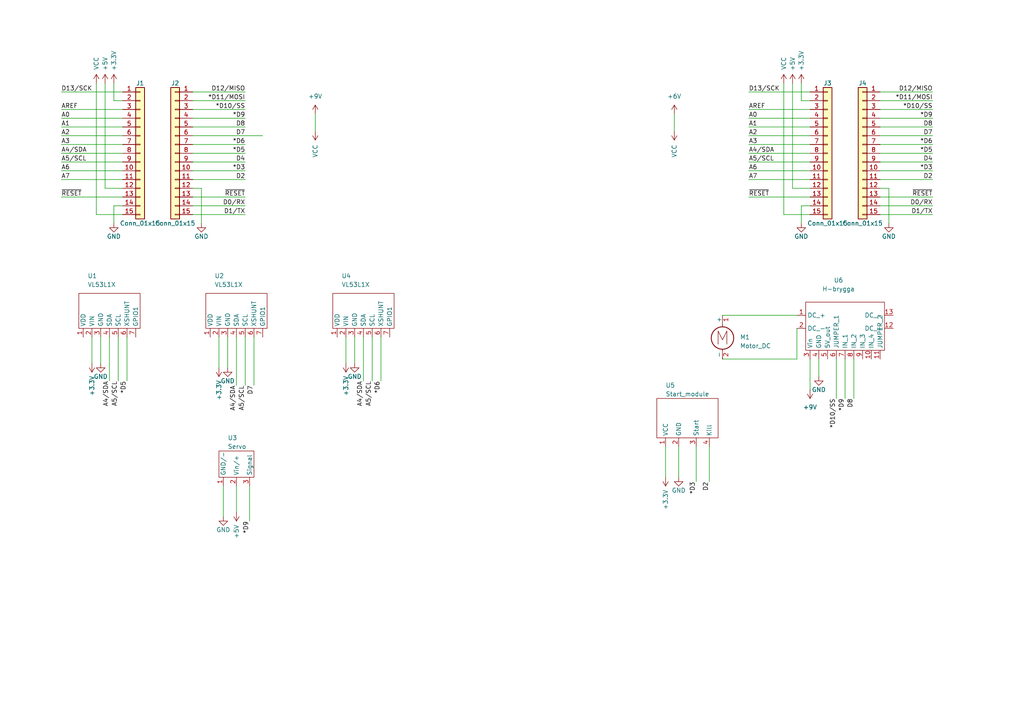
<source format=kicad_sch>
(kicad_sch (version 20211123) (generator eeschema)

  (uuid 0d35483a-0b12-46cc-b9f2-896fd6831779)

  (paper "A4")

  (title_block
    (date "sam. 04 avril 2015")
  )

  (lib_symbols
    (symbol "+3.3V_1" (power) (pin_names (offset 0)) (in_bom yes) (on_board yes)
      (property "Reference" "#PWR" (id 0) (at 0 -3.81 0)
        (effects (font (size 1.27 1.27)) hide)
      )
      (property "Value" "+3.3V_1" (id 1) (at 0 3.556 0)
        (effects (font (size 1.27 1.27)))
      )
      (property "Footprint" "" (id 2) (at 0 0 0)
        (effects (font (size 1.27 1.27)) hide)
      )
      (property "Datasheet" "" (id 3) (at 0 0 0)
        (effects (font (size 1.27 1.27)) hide)
      )
      (property "ki_keywords" "power-flag" (id 4) (at 0 0 0)
        (effects (font (size 1.27 1.27)) hide)
      )
      (property "ki_description" "Power symbol creates a global label with name \"+3.3V\"" (id 5) (at 0 0 0)
        (effects (font (size 1.27 1.27)) hide)
      )
      (symbol "+3.3V_1_0_1"
        (polyline
          (pts
            (xy -0.762 1.27)
            (xy 0 2.54)
          )
          (stroke (width 0) (type default) (color 0 0 0 0))
          (fill (type none))
        )
        (polyline
          (pts
            (xy 0 0)
            (xy 0 2.54)
          )
          (stroke (width 0) (type default) (color 0 0 0 0))
          (fill (type none))
        )
        (polyline
          (pts
            (xy 0 2.54)
            (xy 0.762 1.27)
          )
          (stroke (width 0) (type default) (color 0 0 0 0))
          (fill (type none))
        )
      )
      (symbol "+3.3V_1_1_1"
        (pin power_in line (at 0 0 90) (length 0) hide
          (name "+3.3V" (effects (font (size 1.27 1.27))))
          (number "1" (effects (font (size 1.27 1.27))))
        )
      )
    )
    (symbol "+3.3V_2" (power) (pin_names (offset 0)) (in_bom yes) (on_board yes)
      (property "Reference" "#PWR" (id 0) (at 0 -3.81 0)
        (effects (font (size 1.27 1.27)) hide)
      )
      (property "Value" "+3.3V_2" (id 1) (at 0 3.556 0)
        (effects (font (size 1.27 1.27)))
      )
      (property "Footprint" "" (id 2) (at 0 0 0)
        (effects (font (size 1.27 1.27)) hide)
      )
      (property "Datasheet" "" (id 3) (at 0 0 0)
        (effects (font (size 1.27 1.27)) hide)
      )
      (property "ki_keywords" "power-flag" (id 4) (at 0 0 0)
        (effects (font (size 1.27 1.27)) hide)
      )
      (property "ki_description" "Power symbol creates a global label with name \"+3.3V\"" (id 5) (at 0 0 0)
        (effects (font (size 1.27 1.27)) hide)
      )
      (symbol "+3.3V_2_0_1"
        (polyline
          (pts
            (xy -0.762 1.27)
            (xy 0 2.54)
          )
          (stroke (width 0) (type default) (color 0 0 0 0))
          (fill (type none))
        )
        (polyline
          (pts
            (xy 0 0)
            (xy 0 2.54)
          )
          (stroke (width 0) (type default) (color 0 0 0 0))
          (fill (type none))
        )
        (polyline
          (pts
            (xy 0 2.54)
            (xy 0.762 1.27)
          )
          (stroke (width 0) (type default) (color 0 0 0 0))
          (fill (type none))
        )
      )
      (symbol "+3.3V_2_1_1"
        (pin power_in line (at 0 0 90) (length 0) hide
          (name "+3.3V" (effects (font (size 1.27 1.27))))
          (number "1" (effects (font (size 1.27 1.27))))
        )
      )
    )
    (symbol "+3.3V_3" (power) (pin_names (offset 0)) (in_bom yes) (on_board yes)
      (property "Reference" "#PWR" (id 0) (at 0 -3.81 0)
        (effects (font (size 1.27 1.27)) hide)
      )
      (property "Value" "+3.3V_3" (id 1) (at 0 3.556 0)
        (effects (font (size 1.27 1.27)))
      )
      (property "Footprint" "" (id 2) (at 0 0 0)
        (effects (font (size 1.27 1.27)) hide)
      )
      (property "Datasheet" "" (id 3) (at 0 0 0)
        (effects (font (size 1.27 1.27)) hide)
      )
      (property "ki_keywords" "power-flag" (id 4) (at 0 0 0)
        (effects (font (size 1.27 1.27)) hide)
      )
      (property "ki_description" "Power symbol creates a global label with name \"+3.3V\"" (id 5) (at 0 0 0)
        (effects (font (size 1.27 1.27)) hide)
      )
      (symbol "+3.3V_3_0_1"
        (polyline
          (pts
            (xy -0.762 1.27)
            (xy 0 2.54)
          )
          (stroke (width 0) (type default) (color 0 0 0 0))
          (fill (type none))
        )
        (polyline
          (pts
            (xy 0 0)
            (xy 0 2.54)
          )
          (stroke (width 0) (type default) (color 0 0 0 0))
          (fill (type none))
        )
        (polyline
          (pts
            (xy 0 2.54)
            (xy 0.762 1.27)
          )
          (stroke (width 0) (type default) (color 0 0 0 0))
          (fill (type none))
        )
      )
      (symbol "+3.3V_3_1_1"
        (pin power_in line (at 0 0 90) (length 0) hide
          (name "+3.3V" (effects (font (size 1.27 1.27))))
          (number "1" (effects (font (size 1.27 1.27))))
        )
      )
    )
    (symbol "+3.3V_4" (power) (pin_names (offset 0)) (in_bom yes) (on_board yes)
      (property "Reference" "#PWR" (id 0) (at 0 -3.81 0)
        (effects (font (size 1.27 1.27)) hide)
      )
      (property "Value" "+3.3V_4" (id 1) (at 0 3.556 0)
        (effects (font (size 1.27 1.27)))
      )
      (property "Footprint" "" (id 2) (at 0 0 0)
        (effects (font (size 1.27 1.27)) hide)
      )
      (property "Datasheet" "" (id 3) (at 0 0 0)
        (effects (font (size 1.27 1.27)) hide)
      )
      (property "ki_keywords" "power-flag" (id 4) (at 0 0 0)
        (effects (font (size 1.27 1.27)) hide)
      )
      (property "ki_description" "Power symbol creates a global label with name \"+3.3V\"" (id 5) (at 0 0 0)
        (effects (font (size 1.27 1.27)) hide)
      )
      (symbol "+3.3V_4_0_1"
        (polyline
          (pts
            (xy -0.762 1.27)
            (xy 0 2.54)
          )
          (stroke (width 0) (type default) (color 0 0 0 0))
          (fill (type none))
        )
        (polyline
          (pts
            (xy 0 0)
            (xy 0 2.54)
          )
          (stroke (width 0) (type default) (color 0 0 0 0))
          (fill (type none))
        )
        (polyline
          (pts
            (xy 0 2.54)
            (xy 0.762 1.27)
          )
          (stroke (width 0) (type default) (color 0 0 0 0))
          (fill (type none))
        )
      )
      (symbol "+3.3V_4_1_1"
        (pin power_in line (at 0 0 90) (length 0) hide
          (name "+3.3V" (effects (font (size 1.27 1.27))))
          (number "1" (effects (font (size 1.27 1.27))))
        )
      )
    )
    (symbol "+3.3V_5" (power) (pin_names (offset 0)) (in_bom yes) (on_board yes)
      (property "Reference" "#PWR" (id 0) (at 0 -3.81 0)
        (effects (font (size 1.27 1.27)) hide)
      )
      (property "Value" "+3.3V_5" (id 1) (at 0 3.556 0)
        (effects (font (size 1.27 1.27)))
      )
      (property "Footprint" "" (id 2) (at 0 0 0)
        (effects (font (size 1.27 1.27)) hide)
      )
      (property "Datasheet" "" (id 3) (at 0 0 0)
        (effects (font (size 1.27 1.27)) hide)
      )
      (property "ki_keywords" "power-flag" (id 4) (at 0 0 0)
        (effects (font (size 1.27 1.27)) hide)
      )
      (property "ki_description" "Power symbol creates a global label with name \"+3.3V\"" (id 5) (at 0 0 0)
        (effects (font (size 1.27 1.27)) hide)
      )
      (symbol "+3.3V_5_0_1"
        (polyline
          (pts
            (xy -0.762 1.27)
            (xy 0 2.54)
          )
          (stroke (width 0) (type default) (color 0 0 0 0))
          (fill (type none))
        )
        (polyline
          (pts
            (xy 0 0)
            (xy 0 2.54)
          )
          (stroke (width 0) (type default) (color 0 0 0 0))
          (fill (type none))
        )
        (polyline
          (pts
            (xy 0 2.54)
            (xy 0.762 1.27)
          )
          (stroke (width 0) (type default) (color 0 0 0 0))
          (fill (type none))
        )
      )
      (symbol "+3.3V_5_1_1"
        (pin power_in line (at 0 0 90) (length 0) hide
          (name "+3.3V" (effects (font (size 1.27 1.27))))
          (number "1" (effects (font (size 1.27 1.27))))
        )
      )
    )
    (symbol "Connector_Generic:Conn_01x15" (pin_names (offset 1.016) hide) (in_bom yes) (on_board yes)
      (property "Reference" "J" (id 0) (at 0 20.32 0)
        (effects (font (size 1.27 1.27)))
      )
      (property "Value" "Conn_01x15" (id 1) (at 0 -20.32 0)
        (effects (font (size 1.27 1.27)))
      )
      (property "Footprint" "" (id 2) (at 0 0 0)
        (effects (font (size 1.27 1.27)) hide)
      )
      (property "Datasheet" "~" (id 3) (at 0 0 0)
        (effects (font (size 1.27 1.27)) hide)
      )
      (property "ki_keywords" "connector" (id 4) (at 0 0 0)
        (effects (font (size 1.27 1.27)) hide)
      )
      (property "ki_description" "Generic connector, single row, 01x15, script generated (kicad-library-utils/schlib/autogen/connector/)" (id 5) (at 0 0 0)
        (effects (font (size 1.27 1.27)) hide)
      )
      (property "ki_fp_filters" "Connector*:*_1x??_*" (id 6) (at 0 0 0)
        (effects (font (size 1.27 1.27)) hide)
      )
      (symbol "Conn_01x15_1_1"
        (rectangle (start -1.27 -17.653) (end 0 -17.907)
          (stroke (width 0.1524) (type default) (color 0 0 0 0))
          (fill (type none))
        )
        (rectangle (start -1.27 -15.113) (end 0 -15.367)
          (stroke (width 0.1524) (type default) (color 0 0 0 0))
          (fill (type none))
        )
        (rectangle (start -1.27 -12.573) (end 0 -12.827)
          (stroke (width 0.1524) (type default) (color 0 0 0 0))
          (fill (type none))
        )
        (rectangle (start -1.27 -10.033) (end 0 -10.287)
          (stroke (width 0.1524) (type default) (color 0 0 0 0))
          (fill (type none))
        )
        (rectangle (start -1.27 -7.493) (end 0 -7.747)
          (stroke (width 0.1524) (type default) (color 0 0 0 0))
          (fill (type none))
        )
        (rectangle (start -1.27 -4.953) (end 0 -5.207)
          (stroke (width 0.1524) (type default) (color 0 0 0 0))
          (fill (type none))
        )
        (rectangle (start -1.27 -2.413) (end 0 -2.667)
          (stroke (width 0.1524) (type default) (color 0 0 0 0))
          (fill (type none))
        )
        (rectangle (start -1.27 0.127) (end 0 -0.127)
          (stroke (width 0.1524) (type default) (color 0 0 0 0))
          (fill (type none))
        )
        (rectangle (start -1.27 2.667) (end 0 2.413)
          (stroke (width 0.1524) (type default) (color 0 0 0 0))
          (fill (type none))
        )
        (rectangle (start -1.27 5.207) (end 0 4.953)
          (stroke (width 0.1524) (type default) (color 0 0 0 0))
          (fill (type none))
        )
        (rectangle (start -1.27 7.747) (end 0 7.493)
          (stroke (width 0.1524) (type default) (color 0 0 0 0))
          (fill (type none))
        )
        (rectangle (start -1.27 10.287) (end 0 10.033)
          (stroke (width 0.1524) (type default) (color 0 0 0 0))
          (fill (type none))
        )
        (rectangle (start -1.27 12.827) (end 0 12.573)
          (stroke (width 0.1524) (type default) (color 0 0 0 0))
          (fill (type none))
        )
        (rectangle (start -1.27 15.367) (end 0 15.113)
          (stroke (width 0.1524) (type default) (color 0 0 0 0))
          (fill (type none))
        )
        (rectangle (start -1.27 17.907) (end 0 17.653)
          (stroke (width 0.1524) (type default) (color 0 0 0 0))
          (fill (type none))
        )
        (rectangle (start -1.27 19.05) (end 1.27 -19.05)
          (stroke (width 0.254) (type default) (color 0 0 0 0))
          (fill (type background))
        )
        (pin passive line (at -5.08 17.78 0) (length 3.81)
          (name "Pin_1" (effects (font (size 1.27 1.27))))
          (number "1" (effects (font (size 1.27 1.27))))
        )
        (pin passive line (at -5.08 -5.08 0) (length 3.81)
          (name "Pin_10" (effects (font (size 1.27 1.27))))
          (number "10" (effects (font (size 1.27 1.27))))
        )
        (pin passive line (at -5.08 -7.62 0) (length 3.81)
          (name "Pin_11" (effects (font (size 1.27 1.27))))
          (number "11" (effects (font (size 1.27 1.27))))
        )
        (pin passive line (at -5.08 -10.16 0) (length 3.81)
          (name "Pin_12" (effects (font (size 1.27 1.27))))
          (number "12" (effects (font (size 1.27 1.27))))
        )
        (pin passive line (at -5.08 -12.7 0) (length 3.81)
          (name "Pin_13" (effects (font (size 1.27 1.27))))
          (number "13" (effects (font (size 1.27 1.27))))
        )
        (pin passive line (at -5.08 -15.24 0) (length 3.81)
          (name "Pin_14" (effects (font (size 1.27 1.27))))
          (number "14" (effects (font (size 1.27 1.27))))
        )
        (pin passive line (at -5.08 -17.78 0) (length 3.81)
          (name "Pin_15" (effects (font (size 1.27 1.27))))
          (number "15" (effects (font (size 1.27 1.27))))
        )
        (pin passive line (at -5.08 15.24 0) (length 3.81)
          (name "Pin_2" (effects (font (size 1.27 1.27))))
          (number "2" (effects (font (size 1.27 1.27))))
        )
        (pin passive line (at -5.08 12.7 0) (length 3.81)
          (name "Pin_3" (effects (font (size 1.27 1.27))))
          (number "3" (effects (font (size 1.27 1.27))))
        )
        (pin passive line (at -5.08 10.16 0) (length 3.81)
          (name "Pin_4" (effects (font (size 1.27 1.27))))
          (number "4" (effects (font (size 1.27 1.27))))
        )
        (pin passive line (at -5.08 7.62 0) (length 3.81)
          (name "Pin_5" (effects (font (size 1.27 1.27))))
          (number "5" (effects (font (size 1.27 1.27))))
        )
        (pin passive line (at -5.08 5.08 0) (length 3.81)
          (name "Pin_6" (effects (font (size 1.27 1.27))))
          (number "6" (effects (font (size 1.27 1.27))))
        )
        (pin passive line (at -5.08 2.54 0) (length 3.81)
          (name "Pin_7" (effects (font (size 1.27 1.27))))
          (number "7" (effects (font (size 1.27 1.27))))
        )
        (pin passive line (at -5.08 0 0) (length 3.81)
          (name "Pin_8" (effects (font (size 1.27 1.27))))
          (number "8" (effects (font (size 1.27 1.27))))
        )
        (pin passive line (at -5.08 -2.54 0) (length 3.81)
          (name "Pin_9" (effects (font (size 1.27 1.27))))
          (number "9" (effects (font (size 1.27 1.27))))
        )
      )
    )
    (symbol "Death_By_Table:H-brygga" (in_bom yes) (on_board yes)
      (property "Reference" "U6" (id 0) (at 0.635 12.7 0)
        (effects (font (size 1.27 1.27)))
      )
      (property "Value" "H-brygga" (id 1) (at 0.635 10.16 0)
        (effects (font (size 1.27 1.27)))
      )
      (property "Footprint" "Death_by_table:H-brygga" (id 2) (at 0 0 0)
        (effects (font (size 1.27 1.27)) hide)
      )
      (property "Datasheet" "" (id 3) (at 0 0 0)
        (effects (font (size 1.27 1.27)) hide)
      )
      (symbol "H-brygga_0_1"
        (rectangle (start 13.97 6.35) (end -8.89 -7.62)
          (stroke (width 0) (type default) (color 0 0 0 0))
          (fill (type none))
        )
      )
      (symbol "H-brygga_1_1"
        (pin power_out line (at -11.43 2.54 0) (length 2.54)
          (name "DC_+" (effects (font (size 1.27 1.27))))
          (number "1" (effects (font (size 1.27 1.27))))
        )
        (pin input line (at 10.16 -10.16 90) (length 2.54)
          (name "IN_4" (effects (font (size 1.27 1.27))))
          (number "10" (effects (font (size 1.27 1.27))))
        )
        (pin input line (at 12.7 -10.16 90) (length 2.54)
          (name "JUMPER_2" (effects (font (size 1.27 1.27))))
          (number "11" (effects (font (size 1.27 1.27))))
        )
        (pin power_out line (at 16.51 -1.27 180) (length 2.54)
          (name "DC_+" (effects (font (size 1.27 1.27))))
          (number "12" (effects (font (size 1.27 1.27))))
        )
        (pin power_out line (at 16.51 2.54 180) (length 2.54)
          (name "DC_-" (effects (font (size 1.27 1.27))))
          (number "13" (effects (font (size 1.27 1.27))))
        )
        (pin power_out line (at -11.43 -1.27 0) (length 2.54)
          (name "DC_-" (effects (font (size 1.27 1.27))))
          (number "2" (effects (font (size 1.27 1.27))))
        )
        (pin power_in line (at -7.62 -10.16 90) (length 2.54)
          (name "Vin" (effects (font (size 1.27 1.27))))
          (number "3" (effects (font (size 1.27 1.27))))
        )
        (pin power_in line (at -5.08 -10.16 90) (length 2.54)
          (name "GND" (effects (font (size 1.27 1.27))))
          (number "4" (effects (font (size 1.27 1.27))))
        )
        (pin power_out line (at -2.54 -10.16 90) (length 2.54)
          (name "5V_out" (effects (font (size 1.27 1.27))))
          (number "5" (effects (font (size 1.27 1.27))))
        )
        (pin input line (at 0 -10.16 90) (length 2.54)
          (name "JUMPER_1" (effects (font (size 1.27 1.27))))
          (number "6" (effects (font (size 1.27 1.27))))
        )
        (pin input line (at 2.54 -10.16 90) (length 2.54)
          (name "IN_1" (effects (font (size 1.27 1.27))))
          (number "7" (effects (font (size 1.27 1.27))))
        )
        (pin input line (at 5.08 -10.16 90) (length 2.54)
          (name "IN_2" (effects (font (size 1.27 1.27))))
          (number "8" (effects (font (size 1.27 1.27))))
        )
        (pin input line (at 7.62 -10.16 90) (length 2.54)
          (name "IN_3" (effects (font (size 1.27 1.27))))
          (number "9" (effects (font (size 1.27 1.27))))
        )
      )
      (symbol "H-brygga_1_2"
        (pin power_out line (at -2.54 -7.62 270) (length 2.54)
          (name "5V_out" (effects (font (size 1.27 1.27))))
          (number "" (effects (font (size 1.27 1.27))))
        )
        (pin power_out line (at -8.89 0 180) (length 2.54)
          (name "DC_+" (effects (font (size 1.27 1.27))))
          (number "" (effects (font (size 1.27 1.27))))
        )
        (pin power_out line (at 10.16 -3.81 0) (length 2.54)
          (name "DC_+" (effects (font (size 1.27 1.27))))
          (number "" (effects (font (size 1.27 1.27))))
        )
        (pin power_out line (at -8.89 -3.81 180) (length 2.54)
          (name "DC_-" (effects (font (size 1.27 1.27))))
          (number "" (effects (font (size 1.27 1.27))))
        )
        (pin power_out line (at 10.16 0 0) (length 2.54)
          (name "DC_-" (effects (font (size 1.27 1.27))))
          (number "" (effects (font (size 1.27 1.27))))
        )
        (pin power_in line (at -5.08 -7.62 270) (length 2.54)
          (name "GND" (effects (font (size 1.27 1.27))))
          (number "" (effects (font (size 1.27 1.27))))
        )
        (pin input line (at 1.27 -7.62 270) (length 2.54)
          (name "IN_1" (effects (font (size 1.27 1.27))))
          (number "" (effects (font (size 1.27 1.27))))
        )
        (pin input line (at 3.81 -7.62 270) (length 2.54)
          (name "IN_2" (effects (font (size 1.27 1.27))))
          (number "" (effects (font (size 1.27 1.27))))
        )
        (pin input line (at 6.35 -7.62 270) (length 2.54)
          (name "IN_3" (effects (font (size 1.27 1.27))))
          (number "" (effects (font (size 1.27 1.27))))
        )
        (pin input line (at 8.89 -7.62 270) (length 2.54)
          (name "IN_4" (effects (font (size 1.27 1.27))))
          (number "" (effects (font (size 1.27 1.27))))
        )
        (pin power_in line (at -7.62 -7.62 270) (length 2.54)
          (name "Vin" (effects (font (size 1.27 1.27))))
          (number "" (effects (font (size 1.27 1.27))))
        )
      )
    )
    (symbol "Death_By_Table:Servo" (in_bom yes) (on_board yes)
      (property "Reference" "U3" (id 0) (at -2.54 8.89 0)
        (effects (font (size 1.27 1.27)) (justify left))
      )
      (property "Value" "Servo" (id 1) (at -2.54 6.35 0)
        (effects (font (size 1.27 1.27)) (justify left))
      )
      (property "Footprint" "Connector_PinHeader_2.54mm:PinHeader_1x03_P2.54mm_Vertical" (id 2) (at 0 0 0)
        (effects (font (size 1.27 1.27)) hide)
      )
      (property "Datasheet" "" (id 3) (at 0 0 0)
        (effects (font (size 1.27 1.27)) hide)
      )
      (symbol "Servo_0_1"
        (rectangle (start 5.08 -2.54) (end -5.08 5.08)
          (stroke (width 0) (type default) (color 0 0 0 0))
          (fill (type none))
        )
      )
      (symbol "Servo_1_1"
        (pin power_in line (at -3.81 -5.08 90) (length 2.54)
          (name "GND/-" (effects (font (size 1.27 1.27))))
          (number "1" (effects (font (size 1.27 1.27))))
        )
        (pin power_in line (at 0 -5.08 90) (length 2.54)
          (name "Vin/+" (effects (font (size 1.27 1.27))))
          (number "2" (effects (font (size 1.27 1.27))))
        )
        (pin input line (at 3.81 -5.08 90) (length 2.54)
          (name "Signal" (effects (font (size 1.27 1.27))))
          (number "3" (effects (font (size 1.27 1.27))))
        )
      )
    )
    (symbol "Death_By_Table:Start_module" (in_bom yes) (on_board yes)
      (property "Reference" "U5" (id 0) (at -6.35 10.16 0)
        (effects (font (size 1.27 1.27)) (justify left))
      )
      (property "Value" "Start_module" (id 1) (at -6.35 7.62 0)
        (effects (font (size 1.27 1.27)) (justify left))
      )
      (property "Footprint" "Connector_PinHeader_2.54mm:PinHeader_1x04_P2.54mm_Vertical" (id 2) (at 0 0 0)
        (effects (font (size 1.27 1.27)) hide)
      )
      (property "Datasheet" "" (id 3) (at 0 0 0)
        (effects (font (size 1.27 1.27)) hide)
      )
      (symbol "Start_module_0_1"
        (rectangle (start 8.89 -5.08) (end -8.89 6.35)
          (stroke (width 0) (type default) (color 0 0 0 0))
          (fill (type none))
        )
      )
      (symbol "Start_module_1_1"
        (pin input line (at -6.35 -7.62 90) (length 2.54)
          (name "VCC" (effects (font (size 1.27 1.27))))
          (number "1" (effects (font (size 1.27 1.27))))
        )
        (pin input line (at -2.54 -7.62 90) (length 2.54)
          (name "GND" (effects (font (size 1.27 1.27))))
          (number "2" (effects (font (size 1.27 1.27))))
        )
        (pin input line (at 2.54 -7.62 90) (length 2.54)
          (name "Start" (effects (font (size 1.27 1.27))))
          (number "3" (effects (font (size 1.27 1.27))))
        )
        (pin input line (at 6.35 -7.62 90) (length 2.54)
          (name "Kill" (effects (font (size 1.27 1.27))))
          (number "4" (effects (font (size 1.27 1.27))))
        )
      )
    )
    (symbol "Death_By_Table:VL53L1X" (in_bom yes) (on_board yes)
      (property "Reference" "U2" (id 0) (at -6.35 10.16 0)
        (effects (font (size 1.27 1.27)) (justify left))
      )
      (property "Value" "VL53L1X" (id 1) (at -6.35 7.62 0)
        (effects (font (size 1.27 1.27)) (justify left))
      )
      (property "Footprint" "Death_by_table:VL53L1x" (id 2) (at 0 0 0)
        (effects (font (size 1.27 1.27)) hide)
      )
      (property "Datasheet" "" (id 3) (at 0 0 0)
        (effects (font (size 1.27 1.27)) hide)
      )
      (symbol "VL53L1X_0_1"
        (rectangle (start -8.89 5.08) (end 8.89 -5.08)
          (stroke (width 0) (type default) (color 0 0 0 0))
          (fill (type none))
        )
      )
      (symbol "VL53L1X_1_1"
        (pin power_out line (at -7.62 -7.62 90) (length 2.54)
          (name "VDD" (effects (font (size 1.27 1.27))))
          (number "1" (effects (font (size 1.27 1.27))))
        )
        (pin power_in line (at -5.08 -7.62 90) (length 2.54)
          (name "VIN" (effects (font (size 1.27 1.27))))
          (number "2" (effects (font (size 1.27 1.27))))
        )
        (pin power_in line (at -2.54 -7.62 90) (length 2.54)
          (name "GND" (effects (font (size 1.27 1.27))))
          (number "3" (effects (font (size 1.27 1.27))))
        )
        (pin bidirectional line (at 0 -7.62 90) (length 2.54)
          (name "SDA" (effects (font (size 1.27 1.27))))
          (number "4" (effects (font (size 1.27 1.27))))
        )
        (pin input line (at 2.54 -7.62 90) (length 2.54)
          (name "SCL" (effects (font (size 1.27 1.27))))
          (number "5" (effects (font (size 1.27 1.27))))
        )
        (pin input line (at 5.08 -7.62 90) (length 2.54)
          (name "XSHUNT" (effects (font (size 1.27 1.27))))
          (number "6" (effects (font (size 1.27 1.27))))
        )
        (pin bidirectional line (at 7.62 -7.62 90) (length 2.54)
          (name "GPIO1" (effects (font (size 1.27 1.27))))
          (number "7" (effects (font (size 1.27 1.27))))
        )
      )
    )
    (symbol "Motor:Motor_DC" (pin_names (offset 0)) (in_bom yes) (on_board yes)
      (property "Reference" "M" (id 0) (at 2.54 2.54 0)
        (effects (font (size 1.27 1.27)) (justify left))
      )
      (property "Value" "Motor_DC" (id 1) (at 2.54 -5.08 0)
        (effects (font (size 1.27 1.27)) (justify left top))
      )
      (property "Footprint" "" (id 2) (at 0 -2.286 0)
        (effects (font (size 1.27 1.27)) hide)
      )
      (property "Datasheet" "~" (id 3) (at 0 -2.286 0)
        (effects (font (size 1.27 1.27)) hide)
      )
      (property "ki_keywords" "DC Motor" (id 4) (at 0 0 0)
        (effects (font (size 1.27 1.27)) hide)
      )
      (property "ki_description" "DC Motor" (id 5) (at 0 0 0)
        (effects (font (size 1.27 1.27)) hide)
      )
      (property "ki_fp_filters" "PinHeader*P2.54mm* TerminalBlock*" (id 6) (at 0 0 0)
        (effects (font (size 1.27 1.27)) hide)
      )
      (symbol "Motor_DC_0_0"
        (polyline
          (pts
            (xy -1.27 -3.302)
            (xy -1.27 0.508)
            (xy 0 -2.032)
            (xy 1.27 0.508)
            (xy 1.27 -3.302)
          )
          (stroke (width 0) (type default) (color 0 0 0 0))
          (fill (type none))
        )
      )
      (symbol "Motor_DC_0_1"
        (circle (center 0 -1.524) (radius 3.2512)
          (stroke (width 0.254) (type default) (color 0 0 0 0))
          (fill (type none))
        )
        (polyline
          (pts
            (xy 0 -7.62)
            (xy 0 -7.112)
          )
          (stroke (width 0) (type default) (color 0 0 0 0))
          (fill (type none))
        )
        (polyline
          (pts
            (xy 0 -4.7752)
            (xy 0 -5.1816)
          )
          (stroke (width 0) (type default) (color 0 0 0 0))
          (fill (type none))
        )
        (polyline
          (pts
            (xy 0 1.7272)
            (xy 0 2.0828)
          )
          (stroke (width 0) (type default) (color 0 0 0 0))
          (fill (type none))
        )
        (polyline
          (pts
            (xy 0 2.032)
            (xy 0 2.54)
          )
          (stroke (width 0) (type default) (color 0 0 0 0))
          (fill (type none))
        )
      )
      (symbol "Motor_DC_1_1"
        (pin passive line (at 0 5.08 270) (length 2.54)
          (name "+" (effects (font (size 1.27 1.27))))
          (number "1" (effects (font (size 1.27 1.27))))
        )
        (pin passive line (at 0 -7.62 90) (length 2.54)
          (name "-" (effects (font (size 1.27 1.27))))
          (number "2" (effects (font (size 1.27 1.27))))
        )
      )
    )
    (symbol "VL53L1X_1" (in_bom yes) (on_board yes)
      (property "Reference" "U1" (id 0) (at -6.35 10.16 0)
        (effects (font (size 1.27 1.27)) (justify left))
      )
      (property "Value" "VL53L1X" (id 1) (at -6.35 7.62 0)
        (effects (font (size 1.27 1.27)) (justify left))
      )
      (property "Footprint" "Death_by_table:VL53L1x" (id 2) (at 0 0 0)
        (effects (font (size 1.27 1.27)) hide)
      )
      (property "Datasheet" "" (id 3) (at 0 0 0)
        (effects (font (size 1.27 1.27)) hide)
      )
      (symbol "VL53L1X_1_0_1"
        (rectangle (start -8.89 5.08) (end 8.89 -5.08)
          (stroke (width 0) (type default) (color 0 0 0 0))
          (fill (type none))
        )
      )
      (symbol "VL53L1X_1_1_1"
        (pin power_out line (at -7.62 -7.62 90) (length 2.54)
          (name "VDD" (effects (font (size 1.27 1.27))))
          (number "1" (effects (font (size 1.27 1.27))))
        )
        (pin power_in line (at -5.08 -7.62 90) (length 2.54)
          (name "VIN" (effects (font (size 1.27 1.27))))
          (number "2" (effects (font (size 1.27 1.27))))
        )
        (pin power_in line (at -2.54 -7.62 90) (length 2.54)
          (name "GND" (effects (font (size 1.27 1.27))))
          (number "3" (effects (font (size 1.27 1.27))))
        )
        (pin bidirectional line (at 0 -7.62 90) (length 2.54)
          (name "SDA" (effects (font (size 1.27 1.27))))
          (number "4" (effects (font (size 1.27 1.27))))
        )
        (pin input line (at 2.54 -7.62 90) (length 2.54)
          (name "SCL" (effects (font (size 1.27 1.27))))
          (number "5" (effects (font (size 1.27 1.27))))
        )
        (pin input line (at 5.08 -7.62 90) (length 2.54)
          (name "XSHUNT" (effects (font (size 1.27 1.27))))
          (number "6" (effects (font (size 1.27 1.27))))
        )
        (pin bidirectional line (at 7.62 -7.62 90) (length 2.54)
          (name "GPIO1" (effects (font (size 1.27 1.27))))
          (number "7" (effects (font (size 1.27 1.27))))
        )
      )
    )
    (symbol "VL53L1X_2" (in_bom yes) (on_board yes)
      (property "Reference" "U4" (id 0) (at -6.35 10.16 0)
        (effects (font (size 1.27 1.27)) (justify left))
      )
      (property "Value" "VL53L1X" (id 1) (at -6.35 7.62 0)
        (effects (font (size 1.27 1.27)) (justify left))
      )
      (property "Footprint" "Death_by_table:VL53L1x" (id 2) (at 0 0 0)
        (effects (font (size 1.27 1.27)) hide)
      )
      (property "Datasheet" "" (id 3) (at 0 0 0)
        (effects (font (size 1.27 1.27)) hide)
      )
      (symbol "VL53L1X_2_0_1"
        (rectangle (start -8.89 5.08) (end 8.89 -5.08)
          (stroke (width 0) (type default) (color 0 0 0 0))
          (fill (type none))
        )
      )
      (symbol "VL53L1X_2_1_1"
        (pin power_out line (at -7.62 -7.62 90) (length 2.54)
          (name "VDD" (effects (font (size 1.27 1.27))))
          (number "1" (effects (font (size 1.27 1.27))))
        )
        (pin power_in line (at -5.08 -7.62 90) (length 2.54)
          (name "VIN" (effects (font (size 1.27 1.27))))
          (number "2" (effects (font (size 1.27 1.27))))
        )
        (pin power_in line (at -2.54 -7.62 90) (length 2.54)
          (name "GND" (effects (font (size 1.27 1.27))))
          (number "3" (effects (font (size 1.27 1.27))))
        )
        (pin bidirectional line (at 0 -7.62 90) (length 2.54)
          (name "SDA" (effects (font (size 1.27 1.27))))
          (number "4" (effects (font (size 1.27 1.27))))
        )
        (pin input line (at 2.54 -7.62 90) (length 2.54)
          (name "SCL" (effects (font (size 1.27 1.27))))
          (number "5" (effects (font (size 1.27 1.27))))
        )
        (pin input line (at 5.08 -7.62 90) (length 2.54)
          (name "XSHUNT" (effects (font (size 1.27 1.27))))
          (number "6" (effects (font (size 1.27 1.27))))
        )
        (pin bidirectional line (at 7.62 -7.62 90) (length 2.54)
          (name "GPIO1" (effects (font (size 1.27 1.27))))
          (number "7" (effects (font (size 1.27 1.27))))
        )
      )
    )
    (symbol "power:+3.3V" (power) (pin_names (offset 0)) (in_bom yes) (on_board yes)
      (property "Reference" "#PWR" (id 0) (at 0 -3.81 0)
        (effects (font (size 1.27 1.27)) hide)
      )
      (property "Value" "+3.3V" (id 1) (at 0 3.556 0)
        (effects (font (size 1.27 1.27)))
      )
      (property "Footprint" "" (id 2) (at 0 0 0)
        (effects (font (size 1.27 1.27)) hide)
      )
      (property "Datasheet" "" (id 3) (at 0 0 0)
        (effects (font (size 1.27 1.27)) hide)
      )
      (property "ki_keywords" "power-flag" (id 4) (at 0 0 0)
        (effects (font (size 1.27 1.27)) hide)
      )
      (property "ki_description" "Power symbol creates a global label with name \"+3.3V\"" (id 5) (at 0 0 0)
        (effects (font (size 1.27 1.27)) hide)
      )
      (symbol "+3.3V_0_1"
        (polyline
          (pts
            (xy -0.762 1.27)
            (xy 0 2.54)
          )
          (stroke (width 0) (type default) (color 0 0 0 0))
          (fill (type none))
        )
        (polyline
          (pts
            (xy 0 0)
            (xy 0 2.54)
          )
          (stroke (width 0) (type default) (color 0 0 0 0))
          (fill (type none))
        )
        (polyline
          (pts
            (xy 0 2.54)
            (xy 0.762 1.27)
          )
          (stroke (width 0) (type default) (color 0 0 0 0))
          (fill (type none))
        )
      )
      (symbol "+3.3V_1_1"
        (pin power_in line (at 0 0 90) (length 0) hide
          (name "+3.3V" (effects (font (size 1.27 1.27))))
          (number "1" (effects (font (size 1.27 1.27))))
        )
      )
    )
    (symbol "power:+5V" (power) (pin_names (offset 0)) (in_bom yes) (on_board yes)
      (property "Reference" "#PWR" (id 0) (at 0 -3.81 0)
        (effects (font (size 1.27 1.27)) hide)
      )
      (property "Value" "+5V" (id 1) (at 0 3.556 0)
        (effects (font (size 1.27 1.27)))
      )
      (property "Footprint" "" (id 2) (at 0 0 0)
        (effects (font (size 1.27 1.27)) hide)
      )
      (property "Datasheet" "" (id 3) (at 0 0 0)
        (effects (font (size 1.27 1.27)) hide)
      )
      (property "ki_keywords" "power-flag" (id 4) (at 0 0 0)
        (effects (font (size 1.27 1.27)) hide)
      )
      (property "ki_description" "Power symbol creates a global label with name \"+5V\"" (id 5) (at 0 0 0)
        (effects (font (size 1.27 1.27)) hide)
      )
      (symbol "+5V_0_1"
        (polyline
          (pts
            (xy -0.762 1.27)
            (xy 0 2.54)
          )
          (stroke (width 0) (type default) (color 0 0 0 0))
          (fill (type none))
        )
        (polyline
          (pts
            (xy 0 0)
            (xy 0 2.54)
          )
          (stroke (width 0) (type default) (color 0 0 0 0))
          (fill (type none))
        )
        (polyline
          (pts
            (xy 0 2.54)
            (xy 0.762 1.27)
          )
          (stroke (width 0) (type default) (color 0 0 0 0))
          (fill (type none))
        )
      )
      (symbol "+5V_1_1"
        (pin power_in line (at 0 0 90) (length 0) hide
          (name "+5V" (effects (font (size 1.27 1.27))))
          (number "1" (effects (font (size 1.27 1.27))))
        )
      )
    )
    (symbol "power:+6V" (power) (pin_names (offset 0)) (in_bom yes) (on_board yes)
      (property "Reference" "#PWR" (id 0) (at 0 -3.81 0)
        (effects (font (size 1.27 1.27)) hide)
      )
      (property "Value" "+6V" (id 1) (at 0 3.556 0)
        (effects (font (size 1.27 1.27)))
      )
      (property "Footprint" "" (id 2) (at 0 0 0)
        (effects (font (size 1.27 1.27)) hide)
      )
      (property "Datasheet" "" (id 3) (at 0 0 0)
        (effects (font (size 1.27 1.27)) hide)
      )
      (property "ki_keywords" "power-flag" (id 4) (at 0 0 0)
        (effects (font (size 1.27 1.27)) hide)
      )
      (property "ki_description" "Power symbol creates a global label with name \"+6V\"" (id 5) (at 0 0 0)
        (effects (font (size 1.27 1.27)) hide)
      )
      (symbol "+6V_0_1"
        (polyline
          (pts
            (xy -0.762 1.27)
            (xy 0 2.54)
          )
          (stroke (width 0) (type default) (color 0 0 0 0))
          (fill (type none))
        )
        (polyline
          (pts
            (xy 0 0)
            (xy 0 2.54)
          )
          (stroke (width 0) (type default) (color 0 0 0 0))
          (fill (type none))
        )
        (polyline
          (pts
            (xy 0 2.54)
            (xy 0.762 1.27)
          )
          (stroke (width 0) (type default) (color 0 0 0 0))
          (fill (type none))
        )
      )
      (symbol "+6V_1_1"
        (pin power_in line (at 0 0 90) (length 0) hide
          (name "+6V" (effects (font (size 1.27 1.27))))
          (number "1" (effects (font (size 1.27 1.27))))
        )
      )
    )
    (symbol "power:+9V" (power) (pin_names (offset 0)) (in_bom yes) (on_board yes)
      (property "Reference" "#PWR" (id 0) (at 0 -3.81 0)
        (effects (font (size 1.27 1.27)) hide)
      )
      (property "Value" "+9V" (id 1) (at 0 3.556 0)
        (effects (font (size 1.27 1.27)))
      )
      (property "Footprint" "" (id 2) (at 0 0 0)
        (effects (font (size 1.27 1.27)) hide)
      )
      (property "Datasheet" "" (id 3) (at 0 0 0)
        (effects (font (size 1.27 1.27)) hide)
      )
      (property "ki_keywords" "power-flag" (id 4) (at 0 0 0)
        (effects (font (size 1.27 1.27)) hide)
      )
      (property "ki_description" "Power symbol creates a global label with name \"+9V\"" (id 5) (at 0 0 0)
        (effects (font (size 1.27 1.27)) hide)
      )
      (symbol "+9V_0_1"
        (polyline
          (pts
            (xy -0.762 1.27)
            (xy 0 2.54)
          )
          (stroke (width 0) (type default) (color 0 0 0 0))
          (fill (type none))
        )
        (polyline
          (pts
            (xy 0 0)
            (xy 0 2.54)
          )
          (stroke (width 0) (type default) (color 0 0 0 0))
          (fill (type none))
        )
        (polyline
          (pts
            (xy 0 2.54)
            (xy 0.762 1.27)
          )
          (stroke (width 0) (type default) (color 0 0 0 0))
          (fill (type none))
        )
      )
      (symbol "+9V_1_1"
        (pin power_in line (at 0 0 90) (length 0) hide
          (name "+9V" (effects (font (size 1.27 1.27))))
          (number "1" (effects (font (size 1.27 1.27))))
        )
      )
    )
    (symbol "power:GND" (power) (pin_names (offset 0)) (in_bom yes) (on_board yes)
      (property "Reference" "#PWR" (id 0) (at 0 -6.35 0)
        (effects (font (size 1.27 1.27)) hide)
      )
      (property "Value" "GND" (id 1) (at 0 -3.81 0)
        (effects (font (size 1.27 1.27)))
      )
      (property "Footprint" "" (id 2) (at 0 0 0)
        (effects (font (size 1.27 1.27)) hide)
      )
      (property "Datasheet" "" (id 3) (at 0 0 0)
        (effects (font (size 1.27 1.27)) hide)
      )
      (property "ki_keywords" "power-flag" (id 4) (at 0 0 0)
        (effects (font (size 1.27 1.27)) hide)
      )
      (property "ki_description" "Power symbol creates a global label with name \"GND\" , ground" (id 5) (at 0 0 0)
        (effects (font (size 1.27 1.27)) hide)
      )
      (symbol "GND_0_1"
        (polyline
          (pts
            (xy 0 0)
            (xy 0 -1.27)
            (xy 1.27 -1.27)
            (xy 0 -2.54)
            (xy -1.27 -1.27)
            (xy 0 -1.27)
          )
          (stroke (width 0) (type default) (color 0 0 0 0))
          (fill (type none))
        )
      )
      (symbol "GND_1_1"
        (pin power_in line (at 0 0 270) (length 0) hide
          (name "GND" (effects (font (size 1.27 1.27))))
          (number "1" (effects (font (size 1.27 1.27))))
        )
      )
    )
    (symbol "power:VCC" (power) (pin_names (offset 0)) (in_bom yes) (on_board yes)
      (property "Reference" "#PWR" (id 0) (at 0 -3.81 0)
        (effects (font (size 1.27 1.27)) hide)
      )
      (property "Value" "VCC" (id 1) (at 0 3.81 0)
        (effects (font (size 1.27 1.27)))
      )
      (property "Footprint" "" (id 2) (at 0 0 0)
        (effects (font (size 1.27 1.27)) hide)
      )
      (property "Datasheet" "" (id 3) (at 0 0 0)
        (effects (font (size 1.27 1.27)) hide)
      )
      (property "ki_keywords" "power-flag" (id 4) (at 0 0 0)
        (effects (font (size 1.27 1.27)) hide)
      )
      (property "ki_description" "Power symbol creates a global label with name \"VCC\"" (id 5) (at 0 0 0)
        (effects (font (size 1.27 1.27)) hide)
      )
      (symbol "VCC_0_1"
        (polyline
          (pts
            (xy -0.762 1.27)
            (xy 0 2.54)
          )
          (stroke (width 0) (type default) (color 0 0 0 0))
          (fill (type none))
        )
        (polyline
          (pts
            (xy 0 0)
            (xy 0 2.54)
          )
          (stroke (width 0) (type default) (color 0 0 0 0))
          (fill (type none))
        )
        (polyline
          (pts
            (xy 0 2.54)
            (xy 0.762 1.27)
          )
          (stroke (width 0) (type default) (color 0 0 0 0))
          (fill (type none))
        )
      )
      (symbol "VCC_1_1"
        (pin power_in line (at 0 0 90) (length 0) hide
          (name "VCC" (effects (font (size 1.27 1.27))))
          (number "1" (effects (font (size 1.27 1.27))))
        )
      )
    )
  )


  (wire (pts (xy 55.88 59.69) (xy 71.12 59.69))
    (stroke (width 0) (type solid) (color 0 0 0 0))
    (uuid 004f77db-035a-4124-a1f6-b93657669896)
  )
  (wire (pts (xy 66.04 97.79) (xy 66.04 106.68))
    (stroke (width 0) (type default) (color 0 0 0 0))
    (uuid 01ab9b8a-dff9-4947-8466-43bbf5dd4995)
  )
  (wire (pts (xy 31.75 97.79) (xy 31.75 110.49))
    (stroke (width 0) (type default) (color 0 0 0 0))
    (uuid 01f10188-90d1-4146-9054-a604edae65ff)
  )
  (wire (pts (xy 255.27 39.37) (xy 270.51 39.37))
    (stroke (width 0) (type solid) (color 0 0 0 0))
    (uuid 05cb61e2-6591-4968-bd8b-74ae360a18cc)
  )
  (wire (pts (xy 35.56 29.21) (xy 33.02 29.21))
    (stroke (width 0) (type solid) (color 0 0 0 0))
    (uuid 0613c665-681f-415e-b037-3a4028b50f8f)
  )
  (wire (pts (xy 68.58 140.97) (xy 68.58 148.59))
    (stroke (width 0) (type default) (color 0 0 0 0))
    (uuid 07fc2fde-b444-4ae6-9331-d73baa5369b1)
  )
  (wire (pts (xy 255.27 59.69) (xy 270.51 59.69))
    (stroke (width 0) (type solid) (color 0 0 0 0))
    (uuid 0a6fa89a-af3e-4eac-bab1-1f9e65620364)
  )
  (wire (pts (xy 205.74 129.54) (xy 205.74 139.7))
    (stroke (width 0) (type default) (color 0 0 0 0))
    (uuid 0f604059-ac38-4d68-beef-94f5d10f8044)
  )
  (wire (pts (xy 234.95 62.23) (xy 227.33 62.23))
    (stroke (width 0) (type solid) (color 0 0 0 0))
    (uuid 0fae5fff-4d69-4d0b-9455-311ed6603ccf)
  )
  (wire (pts (xy 107.95 97.79) (xy 107.95 110.49))
    (stroke (width 0) (type default) (color 0 0 0 0))
    (uuid 10d6ac37-42ab-4d9a-9346-8fa5523b515a)
  )
  (wire (pts (xy 217.17 34.29) (xy 234.95 34.29))
    (stroke (width 0) (type solid) (color 0 0 0 0))
    (uuid 18f9a7db-f3d7-44de-a6eb-31ea3ca32cfe)
  )
  (wire (pts (xy 255.27 29.21) (xy 270.51 29.21))
    (stroke (width 0) (type solid) (color 0 0 0 0))
    (uuid 1a6bf33f-8398-4377-87e3-bed492ab95af)
  )
  (wire (pts (xy 17.78 39.37) (xy 35.56 39.37))
    (stroke (width 0) (type solid) (color 0 0 0 0))
    (uuid 1cb78ae5-9892-491d-a804-f89292a637d8)
  )
  (wire (pts (xy 110.49 97.79) (xy 110.49 110.49))
    (stroke (width 0) (type default) (color 0 0 0 0))
    (uuid 1e430571-cae6-4d5e-9c21-fe69d9dff8d5)
  )
  (wire (pts (xy 234.95 29.21) (xy 232.41 29.21))
    (stroke (width 0) (type solid) (color 0 0 0 0))
    (uuid 1e817260-233f-4b95-b5fe-8dc0ad1ab2bc)
  )
  (wire (pts (xy 17.78 44.45) (xy 35.56 44.45))
    (stroke (width 0) (type solid) (color 0 0 0 0))
    (uuid 1ec744a7-b90b-4c61-88bc-2c9aac322afd)
  )
  (wire (pts (xy 255.27 34.29) (xy 270.51 34.29))
    (stroke (width 0) (type solid) (color 0 0 0 0))
    (uuid 223295bf-3938-419f-ba99-1c71583971b6)
  )
  (wire (pts (xy 30.48 24.13) (xy 30.48 54.61))
    (stroke (width 0) (type solid) (color 0 0 0 0))
    (uuid 22a763f9-a4ea-4493-a861-a12440c0ac58)
  )
  (wire (pts (xy 35.56 54.61) (xy 30.48 54.61))
    (stroke (width 0) (type solid) (color 0 0 0 0))
    (uuid 22a763f9-a4ea-4493-a861-a12440c0ac59)
  )
  (wire (pts (xy 201.93 129.54) (xy 201.93 139.7))
    (stroke (width 0) (type default) (color 0 0 0 0))
    (uuid 235e518d-dc7f-4fd8-a571-88769c8db138)
  )
  (wire (pts (xy 231.14 95.25) (xy 231.14 104.14))
    (stroke (width 0) (type default) (color 0 0 0 0))
    (uuid 236b4b8c-3bb2-477a-b916-0fdaf1cad058)
  )
  (wire (pts (xy 100.33 97.79) (xy 100.33 105.41))
    (stroke (width 0) (type default) (color 0 0 0 0))
    (uuid 241e34ae-998c-4486-b4c7-d0f138751add)
  )
  (wire (pts (xy 36.83 97.79) (xy 36.83 110.49))
    (stroke (width 0) (type default) (color 0 0 0 0))
    (uuid 2769e6eb-0923-4b36-b515-e72ac04476d9)
  )
  (wire (pts (xy 237.49 104.14) (xy 237.49 109.22))
    (stroke (width 0) (type default) (color 0 0 0 0))
    (uuid 289e9ce6-57ae-4e5a-8ac4-4fe9339d6a01)
  )
  (wire (pts (xy 217.17 36.83) (xy 234.95 36.83))
    (stroke (width 0) (type solid) (color 0 0 0 0))
    (uuid 35ed2278-4979-43b3-bde2-7c8a53de5c67)
  )
  (wire (pts (xy 17.78 41.91) (xy 35.56 41.91))
    (stroke (width 0) (type solid) (color 0 0 0 0))
    (uuid 37647ca6-681d-4668-be6f-538f6740826c)
  )
  (wire (pts (xy 55.88 31.75) (xy 71.12 31.75))
    (stroke (width 0) (type solid) (color 0 0 0 0))
    (uuid 3880afe5-062c-41ae-8e76-f55acbf5ead9)
  )
  (wire (pts (xy 255.27 62.23) (xy 270.51 62.23))
    (stroke (width 0) (type solid) (color 0 0 0 0))
    (uuid 3a96d620-2a65-45ff-b9f1-07a3461b7d46)
  )
  (wire (pts (xy 105.41 97.79) (xy 105.41 110.49))
    (stroke (width 0) (type default) (color 0 0 0 0))
    (uuid 3ba39a7b-871a-46d6-9251-4ab93f37c0c5)
  )
  (wire (pts (xy 255.27 26.67) (xy 270.51 26.67))
    (stroke (width 0) (type solid) (color 0 0 0 0))
    (uuid 3c954078-8004-4d1d-bc02-fef39af0bc5c)
  )
  (wire (pts (xy 247.65 104.14) (xy 247.65 115.57))
    (stroke (width 0) (type default) (color 0 0 0 0))
    (uuid 3fd80fbf-19a4-4763-8c99-8e7892dc3e87)
  )
  (wire (pts (xy 29.21 97.79) (xy 29.21 105.41))
    (stroke (width 0) (type default) (color 0 0 0 0))
    (uuid 4112b3a3-e75d-4a91-8932-37d1ae68c515)
  )
  (wire (pts (xy 217.17 49.53) (xy 234.95 49.53))
    (stroke (width 0) (type solid) (color 0 0 0 0))
    (uuid 423098d6-5e1b-41a9-aad4-a7c02faf71fe)
  )
  (wire (pts (xy 255.27 46.99) (xy 270.51 46.99))
    (stroke (width 0) (type solid) (color 0 0 0 0))
    (uuid 45db6fb4-b0de-489c-a95b-b329cbcc03da)
  )
  (wire (pts (xy 55.88 36.83) (xy 71.12 36.83))
    (stroke (width 0) (type solid) (color 0 0 0 0))
    (uuid 4b5c1736-e9f2-47b1-8849-dab775154a2d)
  )
  (wire (pts (xy 217.17 41.91) (xy 234.95 41.91))
    (stroke (width 0) (type solid) (color 0 0 0 0))
    (uuid 4c02403e-7027-423e-a946-c7a60140725b)
  )
  (wire (pts (xy 55.88 39.37) (xy 76.2 39.37))
    (stroke (width 0) (type solid) (color 0 0 0 0))
    (uuid 512cab5f-43f3-4ecd-9d7a-7bf8592e8118)
  )
  (wire (pts (xy 217.17 44.45) (xy 234.95 44.45))
    (stroke (width 0) (type solid) (color 0 0 0 0))
    (uuid 5ac2e3cc-3d16-4dca-bb59-4551bd1cdaf1)
  )
  (wire (pts (xy 63.5 97.79) (xy 63.5 106.68))
    (stroke (width 0) (type default) (color 0 0 0 0))
    (uuid 5b057316-f6b8-44e7-9467-8f1bb9fede0d)
  )
  (wire (pts (xy 55.88 52.07) (xy 71.12 52.07))
    (stroke (width 0) (type solid) (color 0 0 0 0))
    (uuid 63b67fc0-88dc-479c-a19a-cf4186180a76)
  )
  (wire (pts (xy 255.27 44.45) (xy 270.51 44.45))
    (stroke (width 0) (type solid) (color 0 0 0 0))
    (uuid 6917af8a-e710-44b4-9bd8-7b0dca5eb4bf)
  )
  (wire (pts (xy 255.27 49.53) (xy 270.51 49.53))
    (stroke (width 0) (type solid) (color 0 0 0 0))
    (uuid 69797236-07a4-403f-a4a0-6804f55f88ae)
  )
  (wire (pts (xy 217.17 39.37) (xy 234.95 39.37))
    (stroke (width 0) (type solid) (color 0 0 0 0))
    (uuid 6db5aa21-6c6c-452f-9aeb-970529b86420)
  )
  (wire (pts (xy 72.39 140.97) (xy 72.39 151.13))
    (stroke (width 0) (type default) (color 0 0 0 0))
    (uuid 78a1a73f-7ee5-4d0f-a988-ba8822a09eba)
  )
  (wire (pts (xy 234.95 54.61) (xy 229.87 54.61))
    (stroke (width 0) (type solid) (color 0 0 0 0))
    (uuid 7a7849ea-f517-4904-8a13-fc080eba29ac)
  )
  (wire (pts (xy 17.78 31.75) (xy 35.56 31.75))
    (stroke (width 0) (type solid) (color 0 0 0 0))
    (uuid 7b8d3495-5da9-45a1-9c2f-15e172063ffa)
  )
  (wire (pts (xy 232.41 24.13) (xy 232.41 29.21))
    (stroke (width 0) (type solid) (color 0 0 0 0))
    (uuid 7c44d0ce-57f9-434d-92c8-6fd8b16d2d4c)
  )
  (wire (pts (xy 55.88 44.45) (xy 71.12 44.45))
    (stroke (width 0) (type solid) (color 0 0 0 0))
    (uuid 80efb8ec-d89c-4864-9595-9b53a7277783)
  )
  (wire (pts (xy 102.87 97.79) (xy 102.87 105.41))
    (stroke (width 0) (type default) (color 0 0 0 0))
    (uuid 81151ab7-9bf8-484d-ab23-c72ade39708a)
  )
  (wire (pts (xy 33.02 24.13) (xy 33.02 29.21))
    (stroke (width 0) (type solid) (color 0 0 0 0))
    (uuid 827b62c7-27f3-4490-8202-02430e85a9da)
  )
  (wire (pts (xy 55.88 54.61) (xy 58.42 54.61))
    (stroke (width 0) (type solid) (color 0 0 0 0))
    (uuid 830176a4-b2e6-4aa8-8d82-7b03b5cb1637)
  )
  (wire (pts (xy 255.27 57.15) (xy 270.51 57.15))
    (stroke (width 0) (type solid) (color 0 0 0 0))
    (uuid 84865229-fe1d-4861-9939-ec36d49036f8)
  )
  (wire (pts (xy 71.12 97.79) (xy 71.12 111.76))
    (stroke (width 0) (type default) (color 0 0 0 0))
    (uuid 86ce8853-743a-4927-b24b-c6a247c38fb3)
  )
  (wire (pts (xy 255.27 52.07) (xy 270.51 52.07))
    (stroke (width 0) (type solid) (color 0 0 0 0))
    (uuid 88e00996-8c03-483b-8be5-98e1892120ca)
  )
  (wire (pts (xy 55.88 26.67) (xy 71.12 26.67))
    (stroke (width 0) (type solid) (color 0 0 0 0))
    (uuid 890dba85-5364-490f-b26f-bd65acd5d756)
  )
  (wire (pts (xy 255.27 41.91) (xy 270.51 41.91))
    (stroke (width 0) (type solid) (color 0 0 0 0))
    (uuid 8939b8b8-516e-4fce-a355-42395f7fbbb8)
  )
  (wire (pts (xy 27.94 24.13) (xy 27.94 62.23))
    (stroke (width 0) (type solid) (color 0 0 0 0))
    (uuid 8991b924-f721-48ae-a82d-04118434898d)
  )
  (wire (pts (xy 35.56 62.23) (xy 27.94 62.23))
    (stroke (width 0) (type solid) (color 0 0 0 0))
    (uuid 8991b924-f721-48ae-a82d-04118434898e)
  )
  (wire (pts (xy 257.81 54.61) (xy 257.81 64.77))
    (stroke (width 0) (type solid) (color 0 0 0 0))
    (uuid 8b81f6ca-66dc-4d6b-ac8a-a3b234161fc9)
  )
  (wire (pts (xy 217.17 26.67) (xy 234.95 26.67))
    (stroke (width 0) (type solid) (color 0 0 0 0))
    (uuid 8d9f53a3-752d-4a9c-bc53-eeefe2262124)
  )
  (wire (pts (xy 17.78 57.15) (xy 35.56 57.15))
    (stroke (width 0) (type solid) (color 0 0 0 0))
    (uuid 8df6175a-1f21-487b-88c3-8a5a9f2319d7)
  )
  (wire (pts (xy 227.33 24.13) (xy 227.33 62.23))
    (stroke (width 0) (type solid) (color 0 0 0 0))
    (uuid 8f5ff5af-daf9-4de8-a611-3715524e97ed)
  )
  (wire (pts (xy 234.95 104.14) (xy 234.95 113.03))
    (stroke (width 0) (type default) (color 0 0 0 0))
    (uuid 8f7c6ccb-f99b-410e-a9df-e02f8beb078b)
  )
  (wire (pts (xy 55.88 41.91) (xy 71.12 41.91))
    (stroke (width 0) (type solid) (color 0 0 0 0))
    (uuid 92f2ec1a-1ec5-4737-a86d-0627998779c7)
  )
  (wire (pts (xy 73.66 97.79) (xy 73.66 111.76))
    (stroke (width 0) (type default) (color 0 0 0 0))
    (uuid 935c473b-5b1f-4d31-b299-41866b44af0e)
  )
  (wire (pts (xy 55.88 46.99) (xy 71.12 46.99))
    (stroke (width 0) (type solid) (color 0 0 0 0))
    (uuid 9427daf4-89bd-4fb4-a139-de482bcb6250)
  )
  (wire (pts (xy 209.55 91.44) (xy 231.14 91.44))
    (stroke (width 0) (type default) (color 0 0 0 0))
    (uuid 946006a5-0dc5-47a0-a37d-0896bbb3dfb5)
  )
  (wire (pts (xy 234.95 59.69) (xy 232.41 59.69))
    (stroke (width 0) (type solid) (color 0 0 0 0))
    (uuid 968bb65b-0b40-475b-ac0d-003e6310f223)
  )
  (wire (pts (xy 217.17 52.07) (xy 234.95 52.07))
    (stroke (width 0) (type solid) (color 0 0 0 0))
    (uuid 979fd6f3-3c98-4f0a-b972-ae2272ce5b68)
  )
  (wire (pts (xy 34.29 97.79) (xy 34.29 110.49))
    (stroke (width 0) (type default) (color 0 0 0 0))
    (uuid 99affe88-921a-4b08-9a7d-449ebbf1bb21)
  )
  (wire (pts (xy 17.78 34.29) (xy 35.56 34.29))
    (stroke (width 0) (type solid) (color 0 0 0 0))
    (uuid a15d73e3-c101-4530-98e6-366a90e4c045)
  )
  (wire (pts (xy 64.77 140.97) (xy 64.77 149.86))
    (stroke (width 0) (type default) (color 0 0 0 0))
    (uuid af25bcac-1485-49bd-ad12-aafa6f720905)
  )
  (wire (pts (xy 196.85 129.54) (xy 196.85 138.43))
    (stroke (width 0) (type default) (color 0 0 0 0))
    (uuid b1e417cb-e449-47c0-b919-85538acb4633)
  )
  (wire (pts (xy 17.78 26.67) (xy 35.56 26.67))
    (stroke (width 0) (type solid) (color 0 0 0 0))
    (uuid b3a75b03-2b00-4bf4-9caa-49ea17f456d7)
  )
  (wire (pts (xy 55.88 49.53) (xy 71.12 49.53))
    (stroke (width 0) (type solid) (color 0 0 0 0))
    (uuid b4914b85-2b16-49d0-94eb-cb1035996914)
  )
  (wire (pts (xy 217.17 31.75) (xy 234.95 31.75))
    (stroke (width 0) (type solid) (color 0 0 0 0))
    (uuid b8d03fba-204e-4501-9bab-aeb6248c72a9)
  )
  (wire (pts (xy 229.87 24.13) (xy 229.87 54.61))
    (stroke (width 0) (type solid) (color 0 0 0 0))
    (uuid bb093803-4986-4bfa-94cb-94beda1607d3)
  )
  (wire (pts (xy 245.11 104.14) (xy 245.11 115.57))
    (stroke (width 0) (type default) (color 0 0 0 0))
    (uuid bb38a893-aa39-41c8-867e-5602336d2620)
  )
  (wire (pts (xy 17.78 52.07) (xy 35.56 52.07))
    (stroke (width 0) (type solid) (color 0 0 0 0))
    (uuid bfdad00d-47b8-4628-9301-f459b252b7a0)
  )
  (wire (pts (xy 17.78 46.99) (xy 35.56 46.99))
    (stroke (width 0) (type solid) (color 0 0 0 0))
    (uuid c002e9a1-def2-4c8a-94b9-f6676c672a60)
  )
  (wire (pts (xy 55.88 34.29) (xy 71.12 34.29))
    (stroke (width 0) (type solid) (color 0 0 0 0))
    (uuid cb4fcfa7-6193-43d6-8e5b-691944704ba2)
  )
  (wire (pts (xy 55.88 57.15) (xy 71.12 57.15))
    (stroke (width 0) (type solid) (color 0 0 0 0))
    (uuid ce233980-82cb-4dcd-a7a8-233368de2d4a)
  )
  (wire (pts (xy 58.42 54.61) (xy 58.42 64.77))
    (stroke (width 0) (type solid) (color 0 0 0 0))
    (uuid d17dc28a-c2e6-428e-b6cb-5cf6e9e7bbd3)
  )
  (wire (pts (xy 242.57 104.14) (xy 242.57 115.57))
    (stroke (width 0) (type default) (color 0 0 0 0))
    (uuid d724091d-5db3-442c-aed8-b212601ff947)
  )
  (wire (pts (xy 55.88 62.23) (xy 71.12 62.23))
    (stroke (width 0) (type solid) (color 0 0 0 0))
    (uuid dacb5170-82b3-464b-8624-61120120cf8e)
  )
  (wire (pts (xy 231.14 104.14) (xy 209.55 104.14))
    (stroke (width 0) (type default) (color 0 0 0 0))
    (uuid e18b8867-017a-4bb1-89a3-e7cafffd5c0f)
  )
  (wire (pts (xy 255.27 54.61) (xy 257.81 54.61))
    (stroke (width 0) (type solid) (color 0 0 0 0))
    (uuid e1edd878-a6a7-4e60-976b-9a846b06b349)
  )
  (wire (pts (xy 17.78 49.53) (xy 35.56 49.53))
    (stroke (width 0) (type solid) (color 0 0 0 0))
    (uuid e5147152-2718-4764-b0b2-bc208d89a5a8)
  )
  (wire (pts (xy 232.41 59.69) (xy 232.41 64.77))
    (stroke (width 0) (type solid) (color 0 0 0 0))
    (uuid e64cd893-c4bf-4b7b-81ac-6250fff6327a)
  )
  (wire (pts (xy 217.17 57.15) (xy 234.95 57.15))
    (stroke (width 0) (type solid) (color 0 0 0 0))
    (uuid ec246dc7-f464-4b14-b7af-b41791a4f452)
  )
  (wire (pts (xy 68.58 97.79) (xy 68.58 111.76))
    (stroke (width 0) (type default) (color 0 0 0 0))
    (uuid ee3d74b3-4ff9-418d-a841-e630ca1f1d54)
  )
  (wire (pts (xy 193.04 129.54) (xy 193.04 138.43))
    (stroke (width 0) (type default) (color 0 0 0 0))
    (uuid f5144202-cb5a-4a38-aae6-d337941d8575)
  )
  (wire (pts (xy 26.67 97.79) (xy 26.67 105.41))
    (stroke (width 0) (type default) (color 0 0 0 0))
    (uuid f51ef21b-6832-407e-beed-6e5b1cb1527e)
  )
  (wire (pts (xy 33.02 59.69) (xy 33.02 64.77))
    (stroke (width 0) (type solid) (color 0 0 0 0))
    (uuid f5c098e0-fc36-4b6f-9b18-934da332c8fc)
  )
  (wire (pts (xy 35.56 59.69) (xy 33.02 59.69))
    (stroke (width 0) (type solid) (color 0 0 0 0))
    (uuid f5c098e0-fc36-4b6f-9b18-934da332c8fd)
  )
  (wire (pts (xy 195.58 33.02) (xy 195.58 38.1))
    (stroke (width 0) (type default) (color 0 0 0 0))
    (uuid f6637567-546d-42df-b9bd-5f93d6a2d5d2)
  )
  (wire (pts (xy 255.27 36.83) (xy 270.51 36.83))
    (stroke (width 0) (type solid) (color 0 0 0 0))
    (uuid f73c2ab6-f5bc-4ecf-a4e3-a7e8d9ec2291)
  )
  (wire (pts (xy 17.78 36.83) (xy 35.56 36.83))
    (stroke (width 0) (type solid) (color 0 0 0 0))
    (uuid f7e178b6-bb2f-4503-b795-7991a07c024f)
  )
  (wire (pts (xy 255.27 31.75) (xy 270.51 31.75))
    (stroke (width 0) (type solid) (color 0 0 0 0))
    (uuid f8d2e244-f03d-4e1a-bfc9-d9b225bea4f3)
  )
  (wire (pts (xy 91.44 33.02) (xy 91.44 38.1))
    (stroke (width 0) (type default) (color 0 0 0 0))
    (uuid fc641328-0d87-4fed-832b-0e51c101b828)
  )
  (wire (pts (xy 217.17 46.99) (xy 234.95 46.99))
    (stroke (width 0) (type solid) (color 0 0 0 0))
    (uuid fe8ac22c-3ae8-4857-ab63-b0a61f281ecb)
  )
  (wire (pts (xy 55.88 29.21) (xy 71.12 29.21))
    (stroke (width 0) (type solid) (color 0 0 0 0))
    (uuid fee43712-22d8-4db1-92a8-2882253af55d)
  )

  (label "D4" (at 71.12 46.99 180)
    (effects (font (size 1.27 1.27)) (justify right bottom))
    (uuid 0548dd48-82f0-4dfd-b7c7-8c6d6a53966d)
  )
  (label "A1" (at 217.17 36.83 0)
    (effects (font (size 1.27 1.27)) (justify left bottom))
    (uuid 05be1815-2f66-40e2-93a4-26534468fc16)
  )
  (label "*D9" (at 270.51 34.29 180)
    (effects (font (size 1.27 1.27)) (justify right bottom))
    (uuid 0bc216b3-f3b4-4014-807c-df412009efab)
  )
  (label "D7" (at 73.66 111.76 270)
    (effects (font (size 1.27 1.27)) (justify right bottom))
    (uuid 10085c8e-2a69-4884-a17b-30a1e9a14308)
  )
  (label "D8" (at 270.51 36.83 180)
    (effects (font (size 1.27 1.27)) (justify right bottom))
    (uuid 1a878a3e-5ca4-4813-b135-26ee1811d914)
  )
  (label "D13{slash}SCK" (at 217.17 26.67 0)
    (effects (font (size 1.27 1.27)) (justify left bottom))
    (uuid 2037ec34-d7a9-41e7-ada1-c0e67e32dbaf)
  )
  (label "*D5" (at 71.12 44.45 180)
    (effects (font (size 1.27 1.27)) (justify right bottom))
    (uuid 2121c4b3-a146-4d20-af7e-66b379dc0906)
  )
  (label "A4{slash}SDA" (at 31.75 110.49 270)
    (effects (font (size 1.27 1.27)) (justify right bottom))
    (uuid 2a8f7e28-0697-4592-adc4-f71348586ae4)
  )
  (label "A2" (at 17.78 39.37 0)
    (effects (font (size 1.27 1.27)) (justify left bottom))
    (uuid 2e1c2e65-5f04-49e2-8fc2-fb7023d1caa4)
  )
  (label "A6" (at 217.17 49.53 0)
    (effects (font (size 1.27 1.27)) (justify left bottom))
    (uuid 2ed1bb47-3ae2-42d7-a14a-da7e786fa885)
  )
  (label "*D10{slash}SS" (at 270.51 31.75 180)
    (effects (font (size 1.27 1.27)) (justify right bottom))
    (uuid 30949ee8-4018-41de-82a7-5bd0516abb0f)
  )
  (label "D7" (at 71.12 39.37 180)
    (effects (font (size 1.27 1.27)) (justify right bottom))
    (uuid 3568c226-c5f9-4ea9-821a-aaef9fed4ede)
  )
  (label "A4{slash}SDA" (at 68.58 111.76 270)
    (effects (font (size 1.27 1.27)) (justify right bottom))
    (uuid 3793a5dc-0713-4b42-b4ed-ec0873642473)
  )
  (label "A5{slash}SCL" (at 34.29 110.49 270)
    (effects (font (size 1.27 1.27)) (justify right bottom))
    (uuid 3a593412-c2d8-4d96-9fae-fdc141b38cdb)
  )
  (label "A0" (at 217.17 34.29 0)
    (effects (font (size 1.27 1.27)) (justify left bottom))
    (uuid 3e73e2b8-e2fc-44c6-9925-3ed075a85c33)
  )
  (label "*D9" (at 245.11 115.57 270)
    (effects (font (size 1.27 1.27)) (justify right bottom))
    (uuid 427cafe0-ea2c-449e-bc35-fd7997b2eda5)
  )
  (label "AREF" (at 217.17 31.75 0)
    (effects (font (size 1.27 1.27)) (justify left bottom))
    (uuid 4d447089-675e-4ff9-aba4-8bd85527d4a3)
  )
  (label "D13{slash}SCK" (at 17.78 26.67 0)
    (effects (font (size 1.27 1.27)) (justify left bottom))
    (uuid 4df5306c-d1f8-4f35-9e22-6412b2c40f94)
  )
  (label "*D11{slash}MOSI" (at 270.51 29.21 180)
    (effects (font (size 1.27 1.27)) (justify right bottom))
    (uuid 53ef20c9-888a-49f7-91a5-6b344d36bdf0)
  )
  (label "A7" (at 17.78 52.07 0)
    (effects (font (size 1.27 1.27)) (justify left bottom))
    (uuid 56d941f2-8214-44c6-8ad2-5e60b7da1e5e)
  )
  (label "A7" (at 217.17 52.07 0)
    (effects (font (size 1.27 1.27)) (justify left bottom))
    (uuid 6086a49d-f903-4c2b-a8dd-199ec13c4076)
  )
  (label "*D6" (at 71.12 41.91 180)
    (effects (font (size 1.27 1.27)) (justify right bottom))
    (uuid 61132bd2-4cc5-4366-9262-e88893dc20a1)
  )
  (label "D2" (at 270.51 52.07 180)
    (effects (font (size 1.27 1.27)) (justify right bottom))
    (uuid 7145babe-4653-4f22-a0ae-60ef133e518d)
  )
  (label "*D11{slash}MOSI" (at 71.12 29.21 180)
    (effects (font (size 1.27 1.27)) (justify right bottom))
    (uuid 74b94d74-eade-428b-a6b7-a363dd0f6546)
  )
  (label "A1" (at 17.78 36.83 0)
    (effects (font (size 1.27 1.27)) (justify left bottom))
    (uuid 760a4838-cda5-4b2f-81a0-41a8774a8ea5)
  )
  (label "A5{slash}SCL" (at 71.12 111.76 270)
    (effects (font (size 1.27 1.27)) (justify right bottom))
    (uuid 8a562999-b6c1-4b6a-93fc-abb971effb47)
  )
  (label "A4{slash}SDA" (at 17.78 44.45 0)
    (effects (font (size 1.27 1.27)) (justify left bottom))
    (uuid 8d4e04e4-83b1-41ce-8748-071f7ad61cba)
  )
  (label "A5{slash}SCL" (at 17.78 46.99 0)
    (effects (font (size 1.27 1.27)) (justify left bottom))
    (uuid 90cf52df-bd79-404d-aa60-e254d08b5d48)
  )
  (label "*D6" (at 110.49 110.49 270)
    (effects (font (size 1.27 1.27)) (justify right bottom))
    (uuid 90efac7e-7591-47f4-8053-ac0de83984dc)
  )
  (label "D4" (at 270.51 46.99 180)
    (effects (font (size 1.27 1.27)) (justify right bottom))
    (uuid 9aa04fc7-1740-4ba2-a396-3096ed090ae2)
  )
  (label "D8" (at 247.65 115.57 270)
    (effects (font (size 1.27 1.27)) (justify right bottom))
    (uuid 9c6ea312-57e6-446e-abd7-43052efc00b7)
  )
  (label "*D10{slash}SS" (at 242.57 115.57 270)
    (effects (font (size 1.27 1.27)) (justify right bottom))
    (uuid 9c952b54-4847-4bf7-9aeb-e4c839ebd94e)
  )
  (label "D2" (at 205.74 139.7 270)
    (effects (font (size 1.27 1.27)) (justify right bottom))
    (uuid 9ec9282e-10d7-4c0c-b8a2-306c2b260c0c)
  )
  (label "*D5" (at 36.83 110.49 270)
    (effects (font (size 1.27 1.27)) (justify right bottom))
    (uuid a6d2455b-b150-4995-9036-ce2c9d898651)
  )
  (label "A5{slash}SCL" (at 107.95 110.49 270)
    (effects (font (size 1.27 1.27)) (justify right bottom))
    (uuid a6e758ff-7166-4419-9d43-8a984a396bc5)
  )
  (label "A3" (at 17.78 41.91 0)
    (effects (font (size 1.27 1.27)) (justify left bottom))
    (uuid a749243c-4d08-4e8e-a789-9f617f366d8f)
  )
  (label "~{RESET}" (at 71.12 57.15 180)
    (effects (font (size 1.27 1.27)) (justify right bottom))
    (uuid a8167c8c-76f9-42ff-885a-ff751268241f)
  )
  (label "~{RESET}" (at 17.78 57.15 0)
    (effects (font (size 1.27 1.27)) (justify left bottom))
    (uuid a8f529f9-3981-412d-9906-5e875e982acd)
  )
  (label "A6" (at 17.78 49.53 0)
    (effects (font (size 1.27 1.27)) (justify left bottom))
    (uuid aba042c1-f157-4dde-9500-808ea083da72)
  )
  (label "*D6" (at 270.51 41.91 180)
    (effects (font (size 1.27 1.27)) (justify right bottom))
    (uuid ae70350f-3eeb-4188-a481-4dad5034cba2)
  )
  (label "A0" (at 17.78 34.29 0)
    (effects (font (size 1.27 1.27)) (justify left bottom))
    (uuid af22c88c-fcb5-4412-b247-91bcb92cd0a1)
  )
  (label "*D9" (at 71.12 34.29 180)
    (effects (font (size 1.27 1.27)) (justify right bottom))
    (uuid b87a78be-5039-43c8-af84-7828b71d40b4)
  )
  (label "D0{slash}RX" (at 270.51 59.69 180)
    (effects (font (size 1.27 1.27)) (justify right bottom))
    (uuid ba4eb11a-26b7-49dd-a036-d18f22f69970)
  )
  (label "D12{slash}MISO" (at 270.51 26.67 180)
    (effects (font (size 1.27 1.27)) (justify right bottom))
    (uuid bdae0869-9a44-406c-aa37-4cc78c822d1f)
  )
  (label "A5{slash}SCL" (at 217.17 46.99 0)
    (effects (font (size 1.27 1.27)) (justify left bottom))
    (uuid be981dc4-c6fc-46e1-bc8a-43ed4a420df8)
  )
  (label "*D3" (at 71.12 49.53 180)
    (effects (font (size 1.27 1.27)) (justify right bottom))
    (uuid c7c752d9-073c-43c6-aa61-7daad5f6cc5f)
  )
  (label "*D3" (at 270.51 49.53 180)
    (effects (font (size 1.27 1.27)) (justify right bottom))
    (uuid c7cb640a-1803-4432-8e70-1d59dd44525d)
  )
  (label "D2" (at 71.12 52.07 180)
    (effects (font (size 1.27 1.27)) (justify right bottom))
    (uuid cfee8089-f73c-4dde-a1b1-953bf0c0351b)
  )
  (label "A4{slash}SDA" (at 217.17 44.45 0)
    (effects (font (size 1.27 1.27)) (justify left bottom))
    (uuid d0c9790d-d865-421d-887a-f9ed25fea15d)
  )
  (label "~{RESET}" (at 270.51 57.15 180)
    (effects (font (size 1.27 1.27)) (justify right bottom))
    (uuid d0d9b8bb-2147-464b-a1a1-5dac6898d1fa)
  )
  (label "D8" (at 71.12 36.83 180)
    (effects (font (size 1.27 1.27)) (justify right bottom))
    (uuid da7b1b00-ede4-48f2-ac44-7ed7fa7c6f9c)
  )
  (label "D1{slash}TX" (at 71.12 62.23 180)
    (effects (font (size 1.27 1.27)) (justify right bottom))
    (uuid db1e112f-d63c-4988-94e6-bb7ef35b1dae)
  )
  (label "D0{slash}RX" (at 71.12 59.69 180)
    (effects (font (size 1.27 1.27)) (justify right bottom))
    (uuid dc63ba23-aaf4-4703-b48b-fd89fd9c2302)
  )
  (label "*D9" (at 72.39 151.13 270)
    (effects (font (size 1.27 1.27)) (justify right bottom))
    (uuid e38b0176-6b8e-4890-83a0-3005a4a6d001)
  )
  (label "*D3" (at 201.93 139.7 270)
    (effects (font (size 1.27 1.27)) (justify right bottom))
    (uuid e5b2a0c8-0e3b-41b9-b2aa-80563cba7046)
  )
  (label "AREF" (at 17.78 31.75 0)
    (effects (font (size 1.27 1.27)) (justify left bottom))
    (uuid e7297d98-854d-436c-b2f8-dfa0a0bc4452)
  )
  (label "D1{slash}TX" (at 270.51 62.23 180)
    (effects (font (size 1.27 1.27)) (justify right bottom))
    (uuid e9ab5418-2084-404d-9b05-a101fd718a81)
  )
  (label "D7" (at 270.51 39.37 180)
    (effects (font (size 1.27 1.27)) (justify right bottom))
    (uuid ea8f63b5-eae3-411f-ad0c-bb36bef67cd7)
  )
  (label "A3" (at 217.17 41.91 0)
    (effects (font (size 1.27 1.27)) (justify left bottom))
    (uuid ed88ef78-c90c-4210-8708-b93f830a43eb)
  )
  (label "~{RESET}" (at 217.17 57.15 0)
    (effects (font (size 1.27 1.27)) (justify left bottom))
    (uuid edfd60f0-7fba-4095-ae37-8c9d9a36ea88)
  )
  (label "*D5" (at 270.51 44.45 180)
    (effects (font (size 1.27 1.27)) (justify right bottom))
    (uuid f0724add-a8d4-450d-8226-59db62ebd9c4)
  )
  (label "*D10{slash}SS" (at 71.12 31.75 180)
    (effects (font (size 1.27 1.27)) (justify right bottom))
    (uuid f17347a3-5341-4d84-921e-21b145a275f5)
  )
  (label "A4{slash}SDA" (at 105.41 110.49 270)
    (effects (font (size 1.27 1.27)) (justify right bottom))
    (uuid f6a9b2ac-caf1-487c-87c0-a287c1a28188)
  )
  (label "D12{slash}MISO" (at 71.12 26.67 180)
    (effects (font (size 1.27 1.27)) (justify right bottom))
    (uuid f974f73f-e708-451e-8cc0-6823550807c0)
  )
  (label "A2" (at 217.17 39.37 0)
    (effects (font (size 1.27 1.27)) (justify left bottom))
    (uuid fa25d63b-a316-463a-82aa-cc65b3743c64)
  )

  (symbol (lib_id "Connector_Generic:Conn_01x15") (at 40.64 44.45 0) (unit 1)
    (in_bom yes) (on_board yes)
    (uuid 00000000-0000-0000-0000-000056d719df)
    (property "Reference" "J1" (id 0) (at 40.64 24.13 0))
    (property "Value" "Conn_01x15" (id 1) (at 40.64 64.77 0))
    (property "Footprint" "Connector_PinHeader_2.54mm:PinHeader_1x15_P2.54mm_Vertical" (id 2) (at 40.64 44.45 0)
      (effects (font (size 1.27 1.27)) hide)
    )
    (property "Datasheet" "~" (id 3) (at 40.64 44.45 0)
      (effects (font (size 1.27 1.27)) hide)
    )
    (pin "1" (uuid 756e3adb-8e69-443b-a62a-32ab5863ff36))
    (pin "10" (uuid 728856c8-c8ad-4d51-a6d7-77f17a9da41a))
    (pin "11" (uuid 7e1c8ea5-2278-49ee-8bbd-25d8e6e74d42))
    (pin "12" (uuid 1f9c6584-8235-48a6-b5a6-fff2d9b27635))
    (pin "13" (uuid 8caa17df-267a-466a-bbcc-e53cdf534d63))
    (pin "14" (uuid 6edec02c-2dd4-4f33-b5ea-3e428106885a))
    (pin "15" (uuid c8f76867-940e-40ba-8771-40e2cc265f0c))
    (pin "2" (uuid b1e20a9c-cf3d-44f3-9534-345a95b4eb58))
    (pin "3" (uuid 375121e4-9809-4fe2-8c8a-ababeb77fa5a))
    (pin "4" (uuid d98ce55b-385c-4930-972d-f20d141ad63d))
    (pin "5" (uuid fbf62a93-0ec4-47c4-9af6-25ea6473a1da))
    (pin "6" (uuid e3c3dbfc-c56e-44d3-a600-0bc0c1ccf692))
    (pin "7" (uuid 0f5db624-2771-4c60-b241-1014ae927bda))
    (pin "8" (uuid 9470ab1c-c30b-4abc-aa67-390ddc1ed18b))
    (pin "9" (uuid a18e2de3-488e-459d-b641-19b4c32465cb))
  )

  (symbol (lib_id "Connector_Generic:Conn_01x15") (at 50.8 44.45 0) (mirror y) (unit 1)
    (in_bom yes) (on_board yes)
    (uuid 00000000-0000-0000-0000-000056d71a21)
    (property "Reference" "J2" (id 0) (at 50.8 24.13 0))
    (property "Value" "Conn_01x15" (id 1) (at 50.8 64.77 0))
    (property "Footprint" "Connector_PinHeader_2.54mm:PinHeader_1x15_P2.54mm_Vertical" (id 2) (at 50.8 44.45 0)
      (effects (font (size 1.27 1.27)) hide)
    )
    (property "Datasheet" "~" (id 3) (at 50.8 44.45 0)
      (effects (font (size 1.27 1.27)) hide)
    )
    (pin "1" (uuid 7ae96558-a39b-4e99-b8bd-5476d49877b2))
    (pin "10" (uuid 78a2ae77-e867-40e6-97ea-db40bb237c7b))
    (pin "11" (uuid 5466551f-eab5-4634-9e94-a5fe8846e46c))
    (pin "12" (uuid 0c61a52d-4af4-4e67-b476-a6cbe7de67ed))
    (pin "13" (uuid ac7cae48-fdf8-4da7-b508-2c27e72e1e73))
    (pin "14" (uuid 9ce61fd5-7ff2-4709-8e12-876c2a61c0da))
    (pin "15" (uuid 0771d685-18ea-45c7-b7ae-9c1f470d9adc))
    (pin "2" (uuid e390c661-a869-4586-bda2-08fc17897730))
    (pin "3" (uuid ed3fc17a-c008-4876-b40d-6b5f01a303c5))
    (pin "4" (uuid dfe4466b-3eac-480e-bc17-f6945aabecc1))
    (pin "5" (uuid 153b8fc6-65ff-4485-9324-8310c2abeeec))
    (pin "6" (uuid 9f1384f8-13b9-4db4-a1ea-255aeaa90284))
    (pin "7" (uuid 1d3574be-3e2e-40ba-95d1-930b2a8ef845))
    (pin "8" (uuid 6fd428aa-b89f-48c4-970e-416143a5e589))
    (pin "9" (uuid 8ae84978-be40-4179-aba8-5c21c62e26bd))
  )

  (symbol (lib_name "+3.3V_3") (lib_id "power:+3.3V") (at 63.5 106.68 180) (unit 1)
    (in_bom yes) (on_board yes)
    (uuid 02783f1b-8363-48f1-bffb-8238770f2b5b)
    (property "Reference" "#PWR0107" (id 0) (at 63.5 102.87 0)
      (effects (font (size 1.27 1.27)) hide)
    )
    (property "Value" "+3.3V" (id 1) (at 63.5 110.236 90)
      (effects (font (size 1.27 1.27)) (justify left))
    )
    (property "Footprint" "" (id 2) (at 63.5 106.68 0)
      (effects (font (size 1.27 1.27)) hide)
    )
    (property "Datasheet" "" (id 3) (at 63.5 106.68 0)
      (effects (font (size 1.27 1.27)) hide)
    )
    (pin "1" (uuid f4680edc-d6d0-4e8f-b37e-5bdd025370e1))
  )

  (symbol (lib_id "Motor:Motor_DC") (at 209.55 96.52 0) (unit 1)
    (in_bom yes) (on_board yes) (fields_autoplaced)
    (uuid 14fd347e-bb8d-4113-a4ba-16412f3adaab)
    (property "Reference" "M1" (id 0) (at 214.63 97.7899 0)
      (effects (font (size 1.27 1.27)) (justify left))
    )
    (property "Value" "Motor_DC" (id 1) (at 214.63 100.3299 0)
      (effects (font (size 1.27 1.27)) (justify left))
    )
    (property "Footprint" "" (id 2) (at 209.55 98.806 0)
      (effects (font (size 1.27 1.27)) hide)
    )
    (property "Datasheet" "~" (id 3) (at 209.55 98.806 0)
      (effects (font (size 1.27 1.27)) hide)
    )
    (pin "1" (uuid db74abb5-fa8d-4d94-8eb9-d4aa306d8762))
    (pin "2" (uuid ca9e4fe5-7755-4197-84d6-c2033d5d94db))
  )

  (symbol (lib_id "Death_By_Table:H-brygga") (at 242.57 93.98 0) (unit 1)
    (in_bom yes) (on_board yes) (fields_autoplaced)
    (uuid 2ad42170-eb6c-4036-a496-eb146e163c6f)
    (property "Reference" "U6" (id 0) (at 243.205 81.28 0))
    (property "Value" "H-brygga" (id 1) (at 243.205 83.82 0))
    (property "Footprint" "Death_by_table:H-brygga" (id 2) (at 242.57 93.98 0)
      (effects (font (size 1.27 1.27)) hide)
    )
    (property "Datasheet" "" (id 3) (at 242.57 93.98 0)
      (effects (font (size 1.27 1.27)) hide)
    )
    (pin "1" (uuid bf551904-cd51-4666-be0c-800cd6b4f946))
    (pin "10" (uuid 40b61451-b198-4b82-b4e4-2a9be250aa7a))
    (pin "11" (uuid f8d3a649-da01-4572-aa45-8ae7ab50df59))
    (pin "12" (uuid 7b796a3a-26af-4112-b925-3a739cc725c7))
    (pin "13" (uuid 4b541530-b55a-4f47-8119-ce4498503d35))
    (pin "2" (uuid 100906e9-4a89-4221-9b2c-00da698e5896))
    (pin "3" (uuid bb5bd2e5-a5f1-4ab4-b5e7-48254722dc58))
    (pin "4" (uuid a4918116-6edb-4115-ae08-d24d719374c5))
    (pin "5" (uuid 1d4ce080-5483-4842-a065-4724597cd63c))
    (pin "6" (uuid f0a1cbf6-ee38-46ec-be28-61de6d55a622))
    (pin "7" (uuid 1453419f-187f-417b-8eed-bf1aae4396b5))
    (pin "8" (uuid b0d8db4e-8955-46d7-ba78-c7b325d6b715))
    (pin "9" (uuid 97aadf11-b584-4a13-bc4b-6e6b1d4bc014))
  )

  (symbol (lib_name "VL53L1X_2") (lib_id "Death_By_Table:VL53L1X") (at 105.41 90.17 0) (unit 1)
    (in_bom yes) (on_board yes)
    (uuid 2fb72a8f-6fc9-4fd6-a182-139bdc2c7c58)
    (property "Reference" "U4" (id 0) (at 99.06 80.01 0)
      (effects (font (size 1.27 1.27)) (justify left))
    )
    (property "Value" "VL53L1X" (id 1) (at 99.06 82.55 0)
      (effects (font (size 1.27 1.27)) (justify left))
    )
    (property "Footprint" "Death_by_table:VL53L1x" (id 2) (at 105.41 90.17 0)
      (effects (font (size 1.27 1.27)) hide)
    )
    (property "Datasheet" "" (id 3) (at 105.41 90.17 0)
      (effects (font (size 1.27 1.27)) hide)
    )
    (pin "1" (uuid c14784be-ce83-4674-bc61-b4f135518f48))
    (pin "2" (uuid e532a361-42eb-4f24-b23c-6617632fa1c8))
    (pin "3" (uuid f4181233-8fad-4ecc-b451-f2f35e58c1c5))
    (pin "4" (uuid 5d827d15-069e-4f94-8bf0-c3ebc00ba6aa))
    (pin "5" (uuid 1c8f0632-8b56-4bc1-b2a3-9e251b4077f0))
    (pin "6" (uuid b9bebdc8-0682-4b79-81a8-4fdd19cef42b))
    (pin "7" (uuid eed10acd-ded0-4fea-a7a2-0a0358d7878d))
  )

  (symbol (lib_id "power:GND") (at 237.49 109.22 0) (unit 1)
    (in_bom yes) (on_board yes)
    (uuid 2fda7204-5d2c-460f-bbcc-07418e915b62)
    (property "Reference" "#PWR0112" (id 0) (at 237.49 115.57 0)
      (effects (font (size 1.27 1.27)) hide)
    )
    (property "Value" "GND" (id 1) (at 237.49 113.03 0))
    (property "Footprint" "" (id 2) (at 237.49 109.22 0)
      (effects (font (size 1.27 1.27)) hide)
    )
    (property "Datasheet" "" (id 3) (at 237.49 109.22 0)
      (effects (font (size 1.27 1.27)) hide)
    )
    (pin "1" (uuid ac0cab5c-e75e-4c92-849c-356486809404))
  )

  (symbol (lib_name "+3.3V_4") (lib_id "power:+3.3V") (at 193.04 138.43 180) (unit 1)
    (in_bom yes) (on_board yes)
    (uuid 34c2b538-89a8-4657-95a9-8b9ce2b69817)
    (property "Reference" "#PWR0114" (id 0) (at 193.04 134.62 0)
      (effects (font (size 1.27 1.27)) hide)
    )
    (property "Value" "+3.3V" (id 1) (at 193.04 141.986 90)
      (effects (font (size 1.27 1.27)) (justify left))
    )
    (property "Footprint" "" (id 2) (at 193.04 138.43 0)
      (effects (font (size 1.27 1.27)) hide)
    )
    (property "Datasheet" "" (id 3) (at 193.04 138.43 0)
      (effects (font (size 1.27 1.27)) hide)
    )
    (pin "1" (uuid b4bbd178-6721-497b-94b0-287299f9b4f1))
  )

  (symbol (lib_id "power:+5V") (at 229.87 24.13 0) (unit 1)
    (in_bom yes) (on_board yes)
    (uuid 3652d668-5ede-41a2-a878-57a205a42f43)
    (property "Reference" "#PWR0122" (id 0) (at 229.87 27.94 0)
      (effects (font (size 1.27 1.27)) hide)
    )
    (property "Value" "+5V" (id 1) (at 229.87 20.574 90)
      (effects (font (size 1.27 1.27)) (justify left))
    )
    (property "Footprint" "" (id 2) (at 229.87 24.13 0)
      (effects (font (size 1.27 1.27)) hide)
    )
    (property "Datasheet" "" (id 3) (at 229.87 24.13 0)
      (effects (font (size 1.27 1.27)) hide)
    )
    (pin "1" (uuid d58547b7-5188-41d7-a8ac-1a641c1824f8))
  )

  (symbol (lib_id "power:+9V") (at 234.95 113.03 180) (unit 1)
    (in_bom yes) (on_board yes) (fields_autoplaced)
    (uuid 3d188990-d171-496e-8836-ec7be487a06e)
    (property "Reference" "#PWR0113" (id 0) (at 234.95 109.22 0)
      (effects (font (size 1.27 1.27)) hide)
    )
    (property "Value" "+9V" (id 1) (at 234.95 118.11 0))
    (property "Footprint" "" (id 2) (at 234.95 113.03 0)
      (effects (font (size 1.27 1.27)) hide)
    )
    (property "Datasheet" "" (id 3) (at 234.95 113.03 0)
      (effects (font (size 1.27 1.27)) hide)
    )
    (pin "1" (uuid c14b504a-f6b1-4076-bf9c-cf702c4ef498))
  )

  (symbol (lib_id "power:+3.3V") (at 232.41 24.13 0) (unit 1)
    (in_bom yes) (on_board yes)
    (uuid 4301b032-d203-4952-b02e-b1a1eb48b07f)
    (property "Reference" "#PWR0123" (id 0) (at 232.41 27.94 0)
      (effects (font (size 1.27 1.27)) hide)
    )
    (property "Value" "+3.3V" (id 1) (at 232.41 20.574 90)
      (effects (font (size 1.27 1.27)) (justify left))
    )
    (property "Footprint" "" (id 2) (at 232.41 24.13 0)
      (effects (font (size 1.27 1.27)) hide)
    )
    (property "Datasheet" "" (id 3) (at 232.41 24.13 0)
      (effects (font (size 1.27 1.27)) hide)
    )
    (pin "1" (uuid 19d5c240-fb9a-46d2-8731-cc741e489b54))
  )

  (symbol (lib_id "Death_By_Table:Start_module") (at 199.39 121.92 0) (unit 1)
    (in_bom yes) (on_board yes)
    (uuid 531fbada-5dc7-4357-aeac-812d3af09f2b)
    (property "Reference" "U5" (id 0) (at 193.04 111.76 0)
      (effects (font (size 1.27 1.27)) (justify left))
    )
    (property "Value" "Start_module" (id 1) (at 193.04 114.3 0)
      (effects (font (size 1.27 1.27)) (justify left))
    )
    (property "Footprint" "Connector_PinHeader_2.54mm:PinHeader_1x04_P2.54mm_Vertical" (id 2) (at 199.39 121.92 0)
      (effects (font (size 1.27 1.27)) hide)
    )
    (property "Datasheet" "" (id 3) (at 199.39 121.92 0)
      (effects (font (size 1.27 1.27)) hide)
    )
    (pin "1" (uuid 438fcf5d-3d73-4fe7-95ab-d3f7b932b6ed))
    (pin "2" (uuid 5e2a6df7-3436-408e-921e-1f3bb2256e55))
    (pin "3" (uuid 02861eb0-ef22-466d-9caa-6f86fc69d481))
    (pin "4" (uuid e96b6a2b-0f20-4e68-9258-86f8c163296f))
  )

  (symbol (lib_id "power:GND") (at 64.77 149.86 0) (unit 1)
    (in_bom yes) (on_board yes)
    (uuid 53a20f9b-6814-4484-bbb2-906e30268d64)
    (property "Reference" "#PWR0121" (id 0) (at 64.77 156.21 0)
      (effects (font (size 1.27 1.27)) hide)
    )
    (property "Value" "GND" (id 1) (at 64.77 153.67 0))
    (property "Footprint" "" (id 2) (at 64.77 149.86 0)
      (effects (font (size 1.27 1.27)) hide)
    )
    (property "Datasheet" "" (id 3) (at 64.77 149.86 0)
      (effects (font (size 1.27 1.27)) hide)
    )
    (pin "1" (uuid 70b490df-ea38-42f5-9dda-c7bbb6b5e1d4))
  )

  (symbol (lib_id "power:VCC") (at 91.44 38.1 180) (unit 1)
    (in_bom yes) (on_board yes)
    (uuid 6242f845-1961-4f9d-96ab-f4236ef3187d)
    (property "Reference" "#PWR0116" (id 0) (at 91.44 34.29 0)
      (effects (font (size 1.27 1.27)) hide)
    )
    (property "Value" "VCC" (id 1) (at 91.44 41.91 90)
      (effects (font (size 1.27 1.27)) (justify left))
    )
    (property "Footprint" "" (id 2) (at 91.44 38.1 0)
      (effects (font (size 1.27 1.27)) hide)
    )
    (property "Datasheet" "" (id 3) (at 91.44 38.1 0)
      (effects (font (size 1.27 1.27)) hide)
    )
    (pin "1" (uuid aeb92acf-0e1e-4a18-9b92-c609a2cee2fb))
  )

  (symbol (lib_id "power:+5V") (at 30.48 24.13 0) (unit 1)
    (in_bom yes) (on_board yes)
    (uuid 64d63185-6201-47f7-9382-f0edd99f9af9)
    (property "Reference" "#PWR0101" (id 0) (at 30.48 27.94 0)
      (effects (font (size 1.27 1.27)) hide)
    )
    (property "Value" "+5V" (id 1) (at 30.48 20.574 90)
      (effects (font (size 1.27 1.27)) (justify left))
    )
    (property "Footprint" "" (id 2) (at 30.48 24.13 0)
      (effects (font (size 1.27 1.27)) hide)
    )
    (property "Datasheet" "" (id 3) (at 30.48 24.13 0)
      (effects (font (size 1.27 1.27)) hide)
    )
    (pin "1" (uuid 4c761aac-9a1c-42f4-add7-84bf5de29b28))
  )

  (symbol (lib_name "+3.3V_1") (lib_id "power:+3.3V") (at 33.02 24.13 0) (unit 1)
    (in_bom yes) (on_board yes)
    (uuid 6a687ce9-fb57-4ecb-8030-aa131281c14a)
    (property "Reference" "#PWR0102" (id 0) (at 33.02 27.94 0)
      (effects (font (size 1.27 1.27)) hide)
    )
    (property "Value" "+3.3V" (id 1) (at 33.02 20.574 90)
      (effects (font (size 1.27 1.27)) (justify left))
    )
    (property "Footprint" "" (id 2) (at 33.02 24.13 0)
      (effects (font (size 1.27 1.27)) hide)
    )
    (property "Datasheet" "" (id 3) (at 33.02 24.13 0)
      (effects (font (size 1.27 1.27)) hide)
    )
    (pin "1" (uuid 6c5fcae0-91b6-4fd4-bf71-758ef20d89a8))
  )

  (symbol (lib_id "power:+6V") (at 195.58 33.02 0) (unit 1)
    (in_bom yes) (on_board yes) (fields_autoplaced)
    (uuid 7150781c-ad71-4435-8005-f45c84fbdf4b)
    (property "Reference" "#PWR0125" (id 0) (at 195.58 36.83 0)
      (effects (font (size 1.27 1.27)) hide)
    )
    (property "Value" "+6V" (id 1) (at 195.58 27.94 0))
    (property "Footprint" "Connector_PinHeader_2.54mm:PinHeader_1x02_P2.54mm_Vertical" (id 2) (at 195.58 33.02 0)
      (effects (font (size 1.27 1.27)) hide)
    )
    (property "Datasheet" "" (id 3) (at 195.58 33.02 0)
      (effects (font (size 1.27 1.27)) hide)
    )
    (pin "1" (uuid b698ad5e-1422-44c9-bc5f-f4551b0e7fc9))
  )

  (symbol (lib_id "Connector_Generic:Conn_01x15") (at 240.03 44.45 0) (unit 1)
    (in_bom yes) (on_board yes)
    (uuid 7833bfae-c1e7-465a-835d-39cf5017f0b4)
    (property "Reference" "J3" (id 0) (at 240.03 24.13 0))
    (property "Value" "Conn_01x15" (id 1) (at 240.03 64.77 0))
    (property "Footprint" "Connector_PinHeader_2.54mm:PinHeader_1x15_P2.54mm_Vertical" (id 2) (at 240.03 44.45 0)
      (effects (font (size 1.27 1.27)) hide)
    )
    (property "Datasheet" "~" (id 3) (at 240.03 44.45 0)
      (effects (font (size 1.27 1.27)) hide)
    )
    (pin "1" (uuid 85f6657e-eb83-42f1-b6fa-d4a755ea1c38))
    (pin "10" (uuid 32046e0b-ef7f-47f2-a025-d0b9c4565252))
    (pin "11" (uuid edfe878b-a3c4-4f38-93b5-0f9fafa78c6a))
    (pin "12" (uuid f1328081-0c2e-4ad0-8742-d24cd3361bd7))
    (pin "13" (uuid 78c30534-2ad7-4ee6-b906-6422e2111230))
    (pin "14" (uuid 1c9841fe-d999-4906-97ca-d7ce1539ef14))
    (pin "15" (uuid 691f20fc-be38-4eef-8441-0f4415196b79))
    (pin "2" (uuid 51694083-4f97-420a-b1cd-c79eb858976f))
    (pin "3" (uuid 34c7fd68-210a-4906-89a3-c0764defb382))
    (pin "4" (uuid f55e9b65-3654-4c45-bc13-314421c63b90))
    (pin "5" (uuid efca8edb-5e21-4634-9776-5429fb2773c2))
    (pin "6" (uuid 00323986-331b-4fbd-8193-2ea92e1c7d0a))
    (pin "7" (uuid 96071fab-7dd8-4f46-b3c8-56249c664b39))
    (pin "8" (uuid 30cf2fdb-aeb7-402c-9afa-e131d59d161d))
    (pin "9" (uuid 79c83ff4-f4dc-4641-9138-736278b614f3))
  )

  (symbol (lib_id "power:VCC") (at 27.94 24.13 0) (unit 1)
    (in_bom yes) (on_board yes)
    (uuid 7bf09870-c7ef-41a9-9a8c-4910c93d4ef8)
    (property "Reference" "#PWR0103" (id 0) (at 27.94 27.94 0)
      (effects (font (size 1.27 1.27)) hide)
    )
    (property "Value" "VCC" (id 1) (at 27.94 20.32 90)
      (effects (font (size 1.27 1.27)) (justify left))
    )
    (property "Footprint" "" (id 2) (at 27.94 24.13 0)
      (effects (font (size 1.27 1.27)) hide)
    )
    (property "Datasheet" "" (id 3) (at 27.94 24.13 0)
      (effects (font (size 1.27 1.27)) hide)
    )
    (pin "1" (uuid 351ee7e0-6e2d-4422-a971-3d1d66acbbe3))
  )

  (symbol (lib_id "power:+5V") (at 68.58 148.59 180) (unit 1)
    (in_bom yes) (on_board yes)
    (uuid 8d7834cf-893b-49c3-822b-b04f30a5eca6)
    (property "Reference" "#PWR0120" (id 0) (at 68.58 144.78 0)
      (effects (font (size 1.27 1.27)) hide)
    )
    (property "Value" "+5V" (id 1) (at 68.58 152.146 90)
      (effects (font (size 1.27 1.27)) (justify left))
    )
    (property "Footprint" "" (id 2) (at 68.58 148.59 0)
      (effects (font (size 1.27 1.27)) hide)
    )
    (property "Datasheet" "" (id 3) (at 68.58 148.59 0)
      (effects (font (size 1.27 1.27)) hide)
    )
    (pin "1" (uuid dad4b586-674e-40de-a459-ff51ff22c30e))
  )

  (symbol (lib_id "power:VCC") (at 195.58 38.1 180) (unit 1)
    (in_bom yes) (on_board yes)
    (uuid 95b19ab7-0497-4768-a742-1e1baed3ff1d)
    (property "Reference" "#PWR0126" (id 0) (at 195.58 34.29 0)
      (effects (font (size 1.27 1.27)) hide)
    )
    (property "Value" "VCC" (id 1) (at 195.58 41.91 90)
      (effects (font (size 1.27 1.27)) (justify left))
    )
    (property "Footprint" "" (id 2) (at 195.58 38.1 0)
      (effects (font (size 1.27 1.27)) hide)
    )
    (property "Datasheet" "" (id 3) (at 195.58 38.1 0)
      (effects (font (size 1.27 1.27)) hide)
    )
    (pin "1" (uuid 24f5369a-646f-4ca0-a572-d7943840e19e))
  )

  (symbol (lib_id "power:GND") (at 196.85 138.43 0) (unit 1)
    (in_bom yes) (on_board yes)
    (uuid 9d02c994-269a-4754-97e5-dabfe166cb75)
    (property "Reference" "#PWR0115" (id 0) (at 196.85 144.78 0)
      (effects (font (size 1.27 1.27)) hide)
    )
    (property "Value" "GND" (id 1) (at 196.85 142.24 0))
    (property "Footprint" "" (id 2) (at 196.85 138.43 0)
      (effects (font (size 1.27 1.27)) hide)
    )
    (property "Datasheet" "" (id 3) (at 196.85 138.43 0)
      (effects (font (size 1.27 1.27)) hide)
    )
    (pin "1" (uuid f9736cdf-984a-4924-b49e-1832f0fbfe11))
  )

  (symbol (lib_id "power:VCC") (at 227.33 24.13 0) (unit 1)
    (in_bom yes) (on_board yes)
    (uuid 9d46b845-0829-49c3-ae54-2f5c9ec31e21)
    (property "Reference" "#PWR0124" (id 0) (at 227.33 27.94 0)
      (effects (font (size 1.27 1.27)) hide)
    )
    (property "Value" "VCC" (id 1) (at 227.33 20.32 90)
      (effects (font (size 1.27 1.27)) (justify left))
    )
    (property "Footprint" "" (id 2) (at 227.33 24.13 0)
      (effects (font (size 1.27 1.27)) hide)
    )
    (property "Datasheet" "" (id 3) (at 227.33 24.13 0)
      (effects (font (size 1.27 1.27)) hide)
    )
    (pin "1" (uuid 70d808f7-039d-4f52-b469-022a18c7f048))
  )

  (symbol (lib_name "VL53L1X_1") (lib_id "Death_By_Table:VL53L1X") (at 31.75 90.17 0) (unit 1)
    (in_bom yes) (on_board yes)
    (uuid 9e4f5f0e-3810-49dc-99a0-53643cd98cda)
    (property "Reference" "U1" (id 0) (at 25.4 80.01 0)
      (effects (font (size 1.27 1.27)) (justify left))
    )
    (property "Value" "VL53L1X" (id 1) (at 25.4 82.55 0)
      (effects (font (size 1.27 1.27)) (justify left))
    )
    (property "Footprint" "Death_by_table:VL53L1x" (id 2) (at 31.75 90.17 0)
      (effects (font (size 1.27 1.27)) hide)
    )
    (property "Datasheet" "" (id 3) (at 31.75 90.17 0)
      (effects (font (size 1.27 1.27)) hide)
    )
    (pin "1" (uuid eb37d5a8-3ce1-4738-b973-dbeefde44ebe))
    (pin "2" (uuid 13663cb5-f71b-4ce3-af49-4c2b77b8b4f5))
    (pin "3" (uuid a7c267ab-b295-4c48-a4e6-238887f56132))
    (pin "4" (uuid 2b122da0-3549-45dd-9961-bdb121939d56))
    (pin "5" (uuid 63345f1b-3610-49ef-8639-c9bfb6c80359))
    (pin "6" (uuid 327a87e3-3ddd-4dd7-99cf-42814a22671b))
    (pin "7" (uuid 012f947b-f21e-4e49-81f8-89aa5068211f))
  )

  (symbol (lib_id "power:GND") (at 58.42 64.77 0) (unit 1)
    (in_bom yes) (on_board yes)
    (uuid a2b409d2-5a30-4151-b7cb-b6e74c99f083)
    (property "Reference" "#PWR0104" (id 0) (at 58.42 71.12 0)
      (effects (font (size 1.27 1.27)) hide)
    )
    (property "Value" "GND" (id 1) (at 58.42 68.58 0))
    (property "Footprint" "" (id 2) (at 58.42 64.77 0)
      (effects (font (size 1.27 1.27)) hide)
    )
    (property "Datasheet" "" (id 3) (at 58.42 64.77 0)
      (effects (font (size 1.27 1.27)) hide)
    )
    (pin "1" (uuid 74d34396-bf70-4410-8752-2b38769b1ce7))
  )

  (symbol (lib_id "power:GND") (at 102.87 105.41 0) (unit 1)
    (in_bom yes) (on_board yes)
    (uuid be7b4378-6d5f-4735-9d06-b7303200d616)
    (property "Reference" "#PWR0118" (id 0) (at 102.87 111.76 0)
      (effects (font (size 1.27 1.27)) hide)
    )
    (property "Value" "GND" (id 1) (at 102.87 109.22 0))
    (property "Footprint" "" (id 2) (at 102.87 105.41 0)
      (effects (font (size 1.27 1.27)) hide)
    )
    (property "Datasheet" "" (id 3) (at 102.87 105.41 0)
      (effects (font (size 1.27 1.27)) hide)
    )
    (pin "1" (uuid c2a764cd-94d9-4475-8970-4c370119d29b))
  )

  (symbol (lib_id "power:GND") (at 257.81 64.77 0) (unit 1)
    (in_bom yes) (on_board yes)
    (uuid bea4d15d-057c-4977-bd77-992481159b0c)
    (property "Reference" "#PWR0110" (id 0) (at 257.81 71.12 0)
      (effects (font (size 1.27 1.27)) hide)
    )
    (property "Value" "GND" (id 1) (at 257.81 68.58 0))
    (property "Footprint" "" (id 2) (at 257.81 64.77 0)
      (effects (font (size 1.27 1.27)) hide)
    )
    (property "Datasheet" "" (id 3) (at 257.81 64.77 0)
      (effects (font (size 1.27 1.27)) hide)
    )
    (pin "1" (uuid c6a87a0a-7592-4f22-8e39-d9f5485e3366))
  )

  (symbol (lib_id "power:+9V") (at 91.44 33.02 0) (unit 1)
    (in_bom yes) (on_board yes) (fields_autoplaced)
    (uuid c1acac49-cf68-4ea8-bb82-fd00056acbcc)
    (property "Reference" "#PWR0117" (id 0) (at 91.44 36.83 0)
      (effects (font (size 1.27 1.27)) hide)
    )
    (property "Value" "+9V" (id 1) (at 91.44 27.94 0))
    (property "Footprint" "Egna:Batterihållare_9V_projekt_2" (id 2) (at 91.44 33.02 0)
      (effects (font (size 1.27 1.27)) hide)
    )
    (property "Datasheet" "" (id 3) (at 91.44 33.02 0)
      (effects (font (size 1.27 1.27)) hide)
    )
    (pin "1" (uuid d66aa2da-7982-4c38-8195-ba45a825d20c))
  )

  (symbol (lib_id "power:GND") (at 29.21 105.41 0) (unit 1)
    (in_bom yes) (on_board yes)
    (uuid c4f69a17-11f5-4ccf-997e-014abf3f5ce3)
    (property "Reference" "#PWR0105" (id 0) (at 29.21 111.76 0)
      (effects (font (size 1.27 1.27)) hide)
    )
    (property "Value" "GND" (id 1) (at 29.21 109.22 0))
    (property "Footprint" "" (id 2) (at 29.21 105.41 0)
      (effects (font (size 1.27 1.27)) hide)
    )
    (property "Datasheet" "" (id 3) (at 29.21 105.41 0)
      (effects (font (size 1.27 1.27)) hide)
    )
    (pin "1" (uuid f09cb2e8-056e-4644-a6c3-a16810d04d8b))
  )

  (symbol (lib_name "+3.3V_2") (lib_id "power:+3.3V") (at 26.67 105.41 180) (unit 1)
    (in_bom yes) (on_board yes)
    (uuid d93d0d26-5a7b-4f81-88f2-1ff04ec4439f)
    (property "Reference" "#PWR0106" (id 0) (at 26.67 101.6 0)
      (effects (font (size 1.27 1.27)) hide)
    )
    (property "Value" "+3.3V" (id 1) (at 26.67 108.966 90)
      (effects (font (size 1.27 1.27)) (justify left))
    )
    (property "Footprint" "" (id 2) (at 26.67 105.41 0)
      (effects (font (size 1.27 1.27)) hide)
    )
    (property "Datasheet" "" (id 3) (at 26.67 105.41 0)
      (effects (font (size 1.27 1.27)) hide)
    )
    (pin "1" (uuid 7160fd23-a544-4771-ab00-d2b3a5dbafad))
  )

  (symbol (lib_id "power:GND") (at 232.41 64.77 0) (unit 1)
    (in_bom yes) (on_board yes)
    (uuid da18df67-237b-4579-8912-9f517a1363d7)
    (property "Reference" "#PWR0111" (id 0) (at 232.41 71.12 0)
      (effects (font (size 1.27 1.27)) hide)
    )
    (property "Value" "GND" (id 1) (at 232.41 68.58 0))
    (property "Footprint" "" (id 2) (at 232.41 64.77 0)
      (effects (font (size 1.27 1.27)) hide)
    )
    (property "Datasheet" "" (id 3) (at 232.41 64.77 0)
      (effects (font (size 1.27 1.27)) hide)
    )
    (pin "1" (uuid ef29731f-7b02-408e-8712-62c910475f8f))
  )

  (symbol (lib_id "power:GND") (at 33.02 64.77 0) (unit 1)
    (in_bom yes) (on_board yes)
    (uuid db3ca061-004c-45dd-981d-90a093b53fa7)
    (property "Reference" "#PWR0109" (id 0) (at 33.02 71.12 0)
      (effects (font (size 1.27 1.27)) hide)
    )
    (property "Value" "GND" (id 1) (at 33.02 68.58 0))
    (property "Footprint" "" (id 2) (at 33.02 64.77 0)
      (effects (font (size 1.27 1.27)) hide)
    )
    (property "Datasheet" "" (id 3) (at 33.02 64.77 0)
      (effects (font (size 1.27 1.27)) hide)
    )
    (pin "1" (uuid 173c7edd-70b9-4b52-9f4e-63854cbf6c47))
  )

  (symbol (lib_id "Connector_Generic:Conn_01x15") (at 250.19 44.45 0) (mirror y) (unit 1)
    (in_bom yes) (on_board yes)
    (uuid dc218945-5acc-42c7-b515-f83c0e459a53)
    (property "Reference" "J4" (id 0) (at 250.19 24.13 0))
    (property "Value" "Conn_01x15" (id 1) (at 250.19 64.77 0))
    (property "Footprint" "Connector_PinHeader_2.54mm:PinHeader_1x15_P2.54mm_Vertical" (id 2) (at 250.19 44.45 0)
      (effects (font (size 1.27 1.27)) hide)
    )
    (property "Datasheet" "~" (id 3) (at 250.19 44.45 0)
      (effects (font (size 1.27 1.27)) hide)
    )
    (pin "1" (uuid 12d7fe04-1492-4fa8-b12c-ea9caca1d2ff))
    (pin "10" (uuid 9ccaadb3-ce66-453d-a030-b53cf6faadd0))
    (pin "11" (uuid 9d828e10-46ce-4ca6-b9fd-e51ac30420e6))
    (pin "12" (uuid ee5500c5-9141-497b-89c6-6758628228a5))
    (pin "13" (uuid 00872835-9231-4191-9311-47f1b7eab4fd))
    (pin "14" (uuid 4ec1c0c5-78c7-4cc7-bfe6-451e22becc54))
    (pin "15" (uuid 2a12890d-db18-4ded-a04d-c958adad17d9))
    (pin "2" (uuid 9ece4449-74b5-4625-b2bf-10ddf3e780d1))
    (pin "3" (uuid 507961ea-928d-4183-90db-4af247502e31))
    (pin "4" (uuid 1084ce93-34e6-4c84-bc09-7a5f7e224884))
    (pin "5" (uuid dbe1711c-db5d-49f7-a33c-2770508dcda9))
    (pin "6" (uuid 0eb45253-3f6e-4514-aa62-e41781267e1b))
    (pin "7" (uuid 81a21b2c-43c7-4698-a6bd-8f91941077b4))
    (pin "8" (uuid f75fb9ce-e1d5-43b6-a3ed-e000e0009744))
    (pin "9" (uuid b02b5f05-4fab-4df2-aada-3f580e31efb3))
  )

  (symbol (lib_id "power:GND") (at 66.04 106.68 0) (unit 1)
    (in_bom yes) (on_board yes)
    (uuid f18b1c95-4c9c-43c5-a064-06f201b84887)
    (property "Reference" "#PWR0108" (id 0) (at 66.04 113.03 0)
      (effects (font (size 1.27 1.27)) hide)
    )
    (property "Value" "GND" (id 1) (at 66.04 110.49 0))
    (property "Footprint" "" (id 2) (at 66.04 106.68 0)
      (effects (font (size 1.27 1.27)) hide)
    )
    (property "Datasheet" "" (id 3) (at 66.04 106.68 0)
      (effects (font (size 1.27 1.27)) hide)
    )
    (pin "1" (uuid 6109749b-a8d3-4a38-a425-d4865642e957))
  )

  (symbol (lib_id "Death_By_Table:VL53L1X") (at 68.58 90.17 0) (unit 1)
    (in_bom yes) (on_board yes)
    (uuid f5260b3e-10e7-4407-a44a-c7b7d38bfd4b)
    (property "Reference" "U2" (id 0) (at 62.23 80.01 0)
      (effects (font (size 1.27 1.27)) (justify left))
    )
    (property "Value" "VL53L1X" (id 1) (at 62.23 82.55 0)
      (effects (font (size 1.27 1.27)) (justify left))
    )
    (property "Footprint" "Death_by_table:VL53L1x" (id 2) (at 68.58 90.17 0)
      (effects (font (size 1.27 1.27)) hide)
    )
    (property "Datasheet" "" (id 3) (at 68.58 90.17 0)
      (effects (font (size 1.27 1.27)) hide)
    )
    (pin "1" (uuid bd4a4a54-3d6f-4860-8ece-1a3cd18dd7d3))
    (pin "2" (uuid aefecbf3-4d23-4834-898f-ad7dfd517c25))
    (pin "3" (uuid 3eb33c54-2e9c-4453-938d-dc963b878d6a))
    (pin "4" (uuid f6039527-c141-4d68-998e-9fb3f46e932b))
    (pin "5" (uuid e5dd3760-09e4-43ab-bf38-00ca33c73af1))
    (pin "6" (uuid d68304cd-88de-4075-bf3b-58222f6eba37))
    (pin "7" (uuid 023dcc18-872e-41ee-8c2e-e35c265ae55c))
  )

  (symbol (lib_name "+3.3V_5") (lib_id "power:+3.3V") (at 100.33 105.41 180) (unit 1)
    (in_bom yes) (on_board yes)
    (uuid f9b4f719-94f7-41e2-806a-918b3b07764d)
    (property "Reference" "#PWR0119" (id 0) (at 100.33 101.6 0)
      (effects (font (size 1.27 1.27)) hide)
    )
    (property "Value" "+3.3V" (id 1) (at 100.33 108.966 90)
      (effects (font (size 1.27 1.27)) (justify left))
    )
    (property "Footprint" "" (id 2) (at 100.33 105.41 0)
      (effects (font (size 1.27 1.27)) hide)
    )
    (property "Datasheet" "" (id 3) (at 100.33 105.41 0)
      (effects (font (size 1.27 1.27)) hide)
    )
    (pin "1" (uuid 519e3bfc-4aa4-4e1d-9896-9acc2882cae1))
  )

  (symbol (lib_id "Death_By_Table:Servo") (at 68.58 135.89 0) (unit 1)
    (in_bom yes) (on_board yes)
    (uuid fe994c25-51d6-4327-afd8-099238999dcf)
    (property "Reference" "U3" (id 0) (at 66.04 127 0)
      (effects (font (size 1.27 1.27)) (justify left))
    )
    (property "Value" "Servo" (id 1) (at 66.04 129.54 0)
      (effects (font (size 1.27 1.27)) (justify left))
    )
    (property "Footprint" "Connector_PinHeader_2.54mm:PinHeader_1x03_P2.54mm_Vertical" (id 2) (at 68.58 135.89 0)
      (effects (font (size 1.27 1.27)) hide)
    )
    (property "Datasheet" "" (id 3) (at 68.58 135.89 0)
      (effects (font (size 1.27 1.27)) hide)
    )
    (pin "1" (uuid 4819db80-6050-45e9-981e-d3f408f0b2cb))
    (pin "2" (uuid 25ccd811-de0b-4a5a-a417-5b1ba3feceb9))
    (pin "3" (uuid 779c3da9-8475-41c1-8363-7df44f81cd1c))
  )

  (sheet_instances
    (path "/" (page "1"))
  )

  (symbol_instances
    (path "/64d63185-6201-47f7-9382-f0edd99f9af9"
      (reference "#PWR0101") (unit 1) (value "+5V") (footprint "")
    )
    (path "/6a687ce9-fb57-4ecb-8030-aa131281c14a"
      (reference "#PWR0102") (unit 1) (value "+3.3V") (footprint "")
    )
    (path "/7bf09870-c7ef-41a9-9a8c-4910c93d4ef8"
      (reference "#PWR0103") (unit 1) (value "VCC") (footprint "")
    )
    (path "/a2b409d2-5a30-4151-b7cb-b6e74c99f083"
      (reference "#PWR0104") (unit 1) (value "GND") (footprint "")
    )
    (path "/c4f69a17-11f5-4ccf-997e-014abf3f5ce3"
      (reference "#PWR0105") (unit 1) (value "GND") (footprint "")
    )
    (path "/d93d0d26-5a7b-4f81-88f2-1ff04ec4439f"
      (reference "#PWR0106") (unit 1) (value "+3.3V") (footprint "")
    )
    (path "/02783f1b-8363-48f1-bffb-8238770f2b5b"
      (reference "#PWR0107") (unit 1) (value "+3.3V") (footprint "")
    )
    (path "/f18b1c95-4c9c-43c5-a064-06f201b84887"
      (reference "#PWR0108") (unit 1) (value "GND") (footprint "")
    )
    (path "/db3ca061-004c-45dd-981d-90a093b53fa7"
      (reference "#PWR0109") (unit 1) (value "GND") (footprint "")
    )
    (path "/bea4d15d-057c-4977-bd77-992481159b0c"
      (reference "#PWR0110") (unit 1) (value "GND") (footprint "")
    )
    (path "/da18df67-237b-4579-8912-9f517a1363d7"
      (reference "#PWR0111") (unit 1) (value "GND") (footprint "")
    )
    (path "/2fda7204-5d2c-460f-bbcc-07418e915b62"
      (reference "#PWR0112") (unit 1) (value "GND") (footprint "")
    )
    (path "/3d188990-d171-496e-8836-ec7be487a06e"
      (reference "#PWR0113") (unit 1) (value "+9V") (footprint "")
    )
    (path "/34c2b538-89a8-4657-95a9-8b9ce2b69817"
      (reference "#PWR0114") (unit 1) (value "+3.3V") (footprint "")
    )
    (path "/9d02c994-269a-4754-97e5-dabfe166cb75"
      (reference "#PWR0115") (unit 1) (value "GND") (footprint "")
    )
    (path "/6242f845-1961-4f9d-96ab-f4236ef3187d"
      (reference "#PWR0116") (unit 1) (value "VCC") (footprint "")
    )
    (path "/c1acac49-cf68-4ea8-bb82-fd00056acbcc"
      (reference "#PWR0117") (unit 1) (value "+9V") (footprint "Egna:Batterihållare_9V_projekt_2")
    )
    (path "/be7b4378-6d5f-4735-9d06-b7303200d616"
      (reference "#PWR0118") (unit 1) (value "GND") (footprint "")
    )
    (path "/f9b4f719-94f7-41e2-806a-918b3b07764d"
      (reference "#PWR0119") (unit 1) (value "+3.3V") (footprint "")
    )
    (path "/8d7834cf-893b-49c3-822b-b04f30a5eca6"
      (reference "#PWR0120") (unit 1) (value "+5V") (footprint "")
    )
    (path "/53a20f9b-6814-4484-bbb2-906e30268d64"
      (reference "#PWR0121") (unit 1) (value "GND") (footprint "")
    )
    (path "/3652d668-5ede-41a2-a878-57a205a42f43"
      (reference "#PWR0122") (unit 1) (value "+5V") (footprint "")
    )
    (path "/4301b032-d203-4952-b02e-b1a1eb48b07f"
      (reference "#PWR0123") (unit 1) (value "+3.3V") (footprint "")
    )
    (path "/9d46b845-0829-49c3-ae54-2f5c9ec31e21"
      (reference "#PWR0124") (unit 1) (value "VCC") (footprint "")
    )
    (path "/7150781c-ad71-4435-8005-f45c84fbdf4b"
      (reference "#PWR0125") (unit 1) (value "+6V") (footprint "Connector_PinHeader_2.54mm:PinHeader_1x02_P2.54mm_Vertical")
    )
    (path "/95b19ab7-0497-4768-a742-1e1baed3ff1d"
      (reference "#PWR0126") (unit 1) (value "VCC") (footprint "")
    )
    (path "/00000000-0000-0000-0000-000056d719df"
      (reference "J1") (unit 1) (value "Conn_01x15") (footprint "Connector_PinHeader_2.54mm:PinHeader_1x15_P2.54mm_Vertical")
    )
    (path "/00000000-0000-0000-0000-000056d71a21"
      (reference "J2") (unit 1) (value "Conn_01x15") (footprint "Connector_PinHeader_2.54mm:PinHeader_1x15_P2.54mm_Vertical")
    )
    (path "/7833bfae-c1e7-465a-835d-39cf5017f0b4"
      (reference "J3") (unit 1) (value "Conn_01x15") (footprint "Connector_PinHeader_2.54mm:PinHeader_1x15_P2.54mm_Vertical")
    )
    (path "/dc218945-5acc-42c7-b515-f83c0e459a53"
      (reference "J4") (unit 1) (value "Conn_01x15") (footprint "Connector_PinHeader_2.54mm:PinHeader_1x15_P2.54mm_Vertical")
    )
    (path "/14fd347e-bb8d-4113-a4ba-16412f3adaab"
      (reference "M1") (unit 1) (value "Motor_DC") (footprint "")
    )
    (path "/9e4f5f0e-3810-49dc-99a0-53643cd98cda"
      (reference "U1") (unit 1) (value "VL53L1X") (footprint "Death_by_table:VL53L1x")
    )
    (path "/f5260b3e-10e7-4407-a44a-c7b7d38bfd4b"
      (reference "U2") (unit 1) (value "VL53L1X") (footprint "Death_by_table:VL53L1x")
    )
    (path "/fe994c25-51d6-4327-afd8-099238999dcf"
      (reference "U3") (unit 1) (value "Servo") (footprint "Connector_PinHeader_2.54mm:PinHeader_1x03_P2.54mm_Vertical")
    )
    (path "/2fb72a8f-6fc9-4fd6-a182-139bdc2c7c58"
      (reference "U4") (unit 1) (value "VL53L1X") (footprint "Death_by_table:VL53L1x")
    )
    (path "/531fbada-5dc7-4357-aeac-812d3af09f2b"
      (reference "U5") (unit 1) (value "Start_module") (footprint "Connector_PinHeader_2.54mm:PinHeader_1x04_P2.54mm_Vertical")
    )
    (path "/2ad42170-eb6c-4036-a496-eb146e163c6f"
      (reference "U6") (unit 1) (value "H-brygga") (footprint "Death_by_table:H-brygga")
    )
  )
)

</source>
